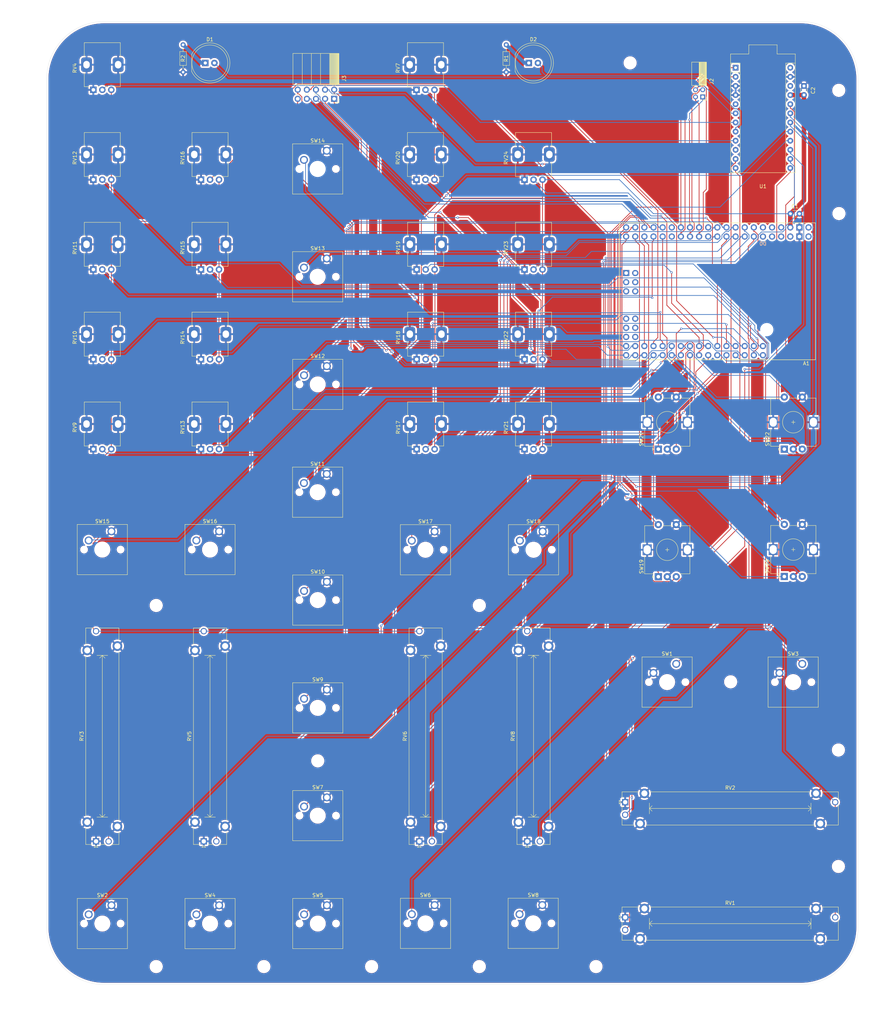
<source format=kicad_pcb>
(kicad_pcb (version 20240108) (generator "pcbnew") (generator_version "8.0")
  (title_block (title "HeartLand") (date "2024-07-05") (rev "2.0") (company "1x telescope"))
  (layers (0 "F.Cu" signal) (31 "B.Cu" signal) (34 "B.Paste" user) (35 "F.Paste" user) (36 "B.SilkS" user "B.Silkscreen") (37 "F.SilkS" user "F.Silkscreen") (38 "B.Mask" user) (39 "F.Mask" user) (44 "Edge.Cuts" user))
  (net 0 "")
  (net 1 "Net-(A1-PadD22)")
  (net 2 "GND")
  (net 3 "Net-(A1-PadA7)")
  (net 4 "Net-(A1-D2_INT0)")
  (net 5 "Net-(A1-PadD26)")
  (net 6 "Net-(A1-PadA1)")
  (net 7 "Net-(A1-PadD10)")
  (net 8 "Net-(A1-PadA9)")
  (net 9 "Net-(A1-PadD34)")
  (net 10 "Net-(A1-PadA4)")
  (net 11 "Net-(A1-PadD31)")
  (net 13 "Net-(A1-PadD32)")
  (net 14 "Net-(A1-PadD6)")
  (net 16 "Net-(A1-D18{slash}TX1)")
  (net 17 "Net-(A1-PadD28)")
  (net 18 "Net-(A1-PadD35)")
  (net 19 "Net-(A1-PadA14)")
  (net 21 "+5V")
  (net 22 "Net-(A1-PadD7)")
  (net 23 "Net-(A1-PadA11)")
  (net 24 "Net-(A1-PadD8)")
  (net 26 "Net-(A1-PadD9)")
  (net 27 "Net-(A1-PadD25)")
  (net 28 "Net-(A1-PadD4)")
  (net 29 "Net-(A1-PadA6)")
  (net 31 "Net-(A1-PadA13)")
  (net 33 "Net-(A1-PadD29)")
  (net 34 "Net-(A1-PadA8)")
  (net 35 "Net-(A1-PadD33)")
  (net 36 "Net-(A1-PadD30)")
  (net 37 "Net-(A1-D3_INT1)")
  (net 38 "Net-(A1-PadD24)")
  (net 39 "Net-(A1-PadD27)")
  (net 41 "Net-(J3-Pin_2)")
  (net 43 "Net-(A1-PadD37)")
  (net 44 "Net-(A1-PadA0)")
  (net 45 "Net-(A1-PadA15)")
  (net 46 "Net-(A1-PadA2)")
  (net 47 "Net-(A1-PadA10)")
  (net 49 "Net-(A1-PadA12)")
  (net 50 "Net-(A1-PadA5)")
  (net 51 "Net-(A1-PadD23)")
  (net 52 "Net-(A1-PadA3)")
  (net 53 "Net-(A1-D19{slash}RX1)")
  (net 55 "Net-(A1-PadD36)")
  (net 56 "Net-(J3-Pin_1)")
  (net 60 "Net-(A1-PadD5)")
  (net 61 "Net-(A1-PadD11)")
  (net 62 "Net-(D1-A)")
  (net 63 "Net-(D1-K)")
  (net 64 "Net-(J3-Pin_4)")
  (net 65 "Net-(J3-Pin_8)")
  (net 66 "Net-(J3-Pin_3)")
  (net 67 "Net-(J3-Pin_6)")
  (net 68 "Net-(J3-Pin_7)")
  (net 69 "Net-(A1-D17{slash}RX2)")
  (net 70 "Net-(J3-Pin_5)")
  (net 71 "Net-(A1-D14{slash}TX3)")
  (net 72 "Net-(J3-Pin_9)")
  (net 73 "Net-(A1-D15{slash}RX3)")
  (net 74 "Net-(J3-Pin_10)")
  (net 75 "Net-(A1-D16{slash}TX2)")
  (net 76 "Net-(U1-D8{slash}A8)")
  (net 77 "Net-(U1-D9{slash}A9)")
  (net 78 "Net-(U1-A0)")
  (net 79 "Net-(U1-A1)")
  (net 80 "Net-(U1-A2)")
  (net 81 "Net-(U1-A3)")
  (net 82 "Net-(U1-D10{slash}A10)")
  (net 83 "Net-(U1-D16)")
  (net 84 "Net-(U1-D14)")
  (net 85 "Net-(U1-D15)")
  (net 90 "Net-(D2-K)")
  (net 91 "Net-(D2-A)")
  (net 92 "Net-(U1-D4{slash}A6)")
  (net 93 "Net-(U1-D6{slash}A7)")
  (footprint "Button_Switch_Keyboard:SW_Cherry_MX_1.00u_PCB" (layer "F.Cu") (at 111.04 372.87)
    (property "Reference" "SW16")
    (property "Value" "02")
  )
  (footprint "Potentiometer_THT:Potentiometer_Alps_RK09K_Single_Vertical" (layer "F.Cu") (at 76 350 90)
    (property "Reference" "RV9")
    (property "Value" "01_01")
  )
  (footprint "Potentiometer_THT:Potentiometer_Bourns_PTA4543_Single_Slide" (layer "F.Cu") (at 166.8 459.15 90)
    (property "Reference" "RV6")
    (property "Value" "Vol_03")
  )
  (footprint "Button_Switch_Keyboard:SW_Cherry_MX_1.00u_PCB" (layer "F.Cu") (at 81.04 372.87)
    (property "Reference" "SW15")
    (property "Value" "01")
  )
  (footprint "Button_Switch_Keyboard:SW_Cherry_MX_1.00u_PCB" (layer "F.Cu") (at 201.14 372.92)
    (property "Reference" "SW18")
    (property "Value" "04")
  )
  (footprint "MountingHole:MountingHole_3.2mm_M3" (layer "F.Cu") (at 283.6164 250.1392)
    (property "Reference" "M3" (hide yes))
    (property "Value" "MountingHole_3.2mm_M3")
  )
  (footprint "Connector_PinSocket_2.54mm:PinSocket_2x05_P2.54mm_Horizontal" (layer "F.Cu") (at 143.08 252.5 -90)
    (property "Reference" "J3")
    (property "Value" "Conn_01x10_Socket")
  )
  (footprint "Potentiometer_THT:Potentiometer_Alps_RK09K_Single_Vertical" (layer "F.Cu") (at 106 350 90)
    (property "Reference" "RV13")
    (property "Value" "02_01")
  )
  (footprint "Button_Switch_Keyboard:SW_Cherry_MX_1.00u_PCB" (layer "F.Cu") (at 141.05 476.95)
    (property "Reference" "SW5")
    (property "Value" "ary01")
  )
  (footprint "Potentiometer_THT:Potentiometer_Alps_RK09K_Single_Vertical" (layer "F.Cu") (at 106 325 90)
    (property "Reference" "RV14")
    (property "Value" "02_02")
  )
  (footprint "Button_Switch_Keyboard:SW_Cherry_MX_1.00u_PCB" (layer "F.Cu") (at 141.01 266.94)
    (property "Reference" "SW14")
    (property "Value" "ary08")
  )
  (footprint "MountingHole:MountingHole_3.2mm_M3" (layer "F.Cu") (at 123.5 494)
    (property "Reference" "M3" (hide yes))
    (property "Value" "MountingHole_3.2mm_M3")
  )
  (footprint "PCM_arduino-library:Clone_Mega2560_Pro_Socket" (layer "F.Cu") (at 277.1 325.12 180)
    (property "Reference" "A1")
    (property "Value" "Mega2560_ProMini")
  )
  (footprint "Potentiometer_THT:Potentiometer_Bourns_PTA4543_Single_Slide" (layer "F.Cu") (at 106.75 459.15 90)
    (property "Reference" "RV5")
    (property "Value" "Vol_02")
  )
  (footprint "Button_Switch_Keyboard:SW_Cherry_MX_1.00u_PCB" (layer "F.Cu") (at 141.04 386.92)
    (property "Reference" "SW10")
    (property "Value" "ary04")
  )
  (footprint "Resistor_THT:R_Axial_DIN0204_L3.6mm_D1.6mm_P7.62mm_Horizontal" (layer "F.Cu") (at 191 237.46 -90)
    (property "Reference" "R1")
    (property "Value" "R")
  )
  (footprint "Button_Switch_Keyboard:SW_Cherry_MX_1.00u_PCB" (layer "F.Cu") (at 141.03 326.9)
    (property "Reference" "SW12")
    (property "Value" "ary06")
  )
  (footprint "Button_Switch_Keyboard:SW_Cherry_MX_1.00u_PCB" (layer "F.Cu") (at 171.05 476.9)
    (property "Reference" "SW6")
    (property "Value" "Solo_03")
  )
  (footprint "Potentiometer_THT:Potentiometer_Bourns_PTA4543_Single_Slide" (layer "F.Cu") (at 76.75 459.15 90)
    (property "Reference" "RV3")
    (property "Value" "Vol_01")
  )
  (footprint "MountingHole:MountingHole_3.2mm_M3" (layer "F.Cu") (at 183.5 393.5)
    (property "Reference" "M3" (hide yes))
    (property "Value" "MountingHole_3.2mm_M3")
  )
  (footprint "MountingHole:MountingHole_3.2mm_M3" (layer "F.Cu") (at 225.5 242.5)
    (property "Reference" "M3" (hide yes))
    (property "Value" "MountingHole_3.2mm_M3")
  )
  (footprint "MountingHole:MountingHole_3.2mm_M3" (layer "F.Cu") (at 93.5 494)
    (property "Reference" "M3" (hide yes))
    (property "Value" "MountingHole_3.2mm_M3")
  )
  (footprint "Button_Switch_Keyboard:SW_Cherry_MX_1.00u_PCB" (layer "F.Cu") (at 171.04 372.92)
    (property "Reference" "SW17")
    (property "Value" "03")
  )
  (footprint "MountingHole:MountingHole_3.2mm_M3" (layer "F.Cu") (at 138.5 436.75)
    (property "Reference" "M3" (hide yes))
    (property "Value" "MountingHole_3.2mm_M3")
  )
  (footprint "Potentiometer_THT:Potentiometer_Alps_RK09K_Single_Vertical" (layer "F.Cu") (at 196.1 350 90)
    (property "Reference" "RV21")
    (property "Value" "04_01")
  )
  (footprint "MountingHole:MountingHole_3.2mm_M3" (layer "F.Cu") (at 183.5 494)
    (property "Reference" "M3" (hide yes))
    (property "Value" "MountingHole_3.2mm_M3")
  )
  (footprint "Potentiometer_THT:Potentiometer_Bourns_PTA4543_Single_Slide" (layer "F.Cu") (at 224.125 448.25)
    (property "Reference" "RV2")
    (property "Value" "Master")
  )
  (footprint "Potentiometer_THT:Potentiometer_Bourns_PTA4543_Single_Slide" (layer "F.Cu") (at 224.125 480.3)
    (property "Reference" "RV1")
    (property "Value" "A x B")
  )
  (footprint "Potentiometer_THT:Potentiometer_Alps_RK09K_Single_Vertical" (layer "F.Cu") (at 166 250 90)
    (property "Reference" "RV7")
    (property "Value" "B")
  )
  (footprint "Potentiometer_THT:Potentiometer_Bourns_PTA4543_Single_Slide" (layer "F.Cu") (at 196.85 459.15 90)
    (property "Reference" "RV8")
    (property "Value" "Vol_04")
  )
  (footprint "Capacitor_THT:C_Disc_D3.0mm_W1.6mm_P2.50mm" (layer "F.Cu") (at 273.925 251.42 90)
    (property "Reference" "C2")
    (property "Value" "104" (hide yes))
  )
  (footprint "MountingHole:MountingHole_3.2mm_M3" (layer "F.Cu") (at 253.5 414.75)
    (property "Reference" "M3" (hide yes))
    (property "Value" "MountingHole_3.2mm_M3")
  )
  (footprint "MountingHole:MountingHole_3.2mm_M3" (layer "F.Cu") (at 283.5148 466.1408)
    (property "Reference" "M3" (hide yes))
    (property "Value" "MountingHole_3.2mm_M3")
  )
  (footprint "MountingHole:MountingHole_3.2mm_M3" (layer "F.Cu") (at 216 494)
    (property "Reference" "M3" (hide yes))
    (property "Value" "MountingHole_3.2mm_M3")
  )
  (footprint "Potentiometer_THT:Potentiometer_Alps_RK09K_Single_Vertical" (layer "F.Cu") (at 106 275 90)
    (property "Reference" "RV16")
    (property "Value" "02_04")
  )
  (footprint "Button_Switch_Keyboard:SW_Cherry_MX_1.00u_PCB" (layer "F.Cu") (at 111.05 476.96)
    (property "Reference" "SW4")
    (property "Value" "Solo_02")
  )
  (footprint "Rotary_Encoder:RotaryEncoder_Alps_EC12E-Switch_Vertical_H20mm" (layer "F.Cu") (at 233.35 385.5 90)
    (property "Reference" "SW19")
    (property "Value" "RotaryEncoder_Switch")
  )
  (footprint "MountingHole:MountingHole_3.2mm_M3" (layer "F.Cu") (at 93.5 393.5)
    (property "Reference" "M3" (hide yes))
    (property "Value" "MountingHole_3.2mm_M3")
  )
  (footprint "Connector_PinSocket_2.00mm:PinSocket_2x02_P2.00mm_Horizontal" (layer "F.Cu") (at 245.715 251.975 -90)
    (property "Reference" "J2")
    (property "Value" "Conn_01x04_Socket")
  )
  (footprint "Potentiometer_THT:Potentiometer_Alps_RK09K_Single_Vertical" (layer "F.Cu") (at 166.05 350 90)
    (property "Reference" "RV17")
    (property "Value" "03_01")
  )
  (footprint "Potentiometer_THT:Potentiometer_Alps_RK09K_Single_Vertical" (layer "F.Cu") (at 196.1 300 90)
    (property "Reference" "RV23")
    (property "Value" "04_03")
  )
  (footprint "Button_Switch_Keyboard:SW_Cherry_MX_1.00u_PCB" (layer "F.Cu") (at 141.04 446.92)
    (property "Reference" "SW7")
    (property "Value" "ary02")
  )
  (footprint "Button_Switch_Keyboard:SW_Cherry_MX_1.00u_PCB" (layer "F.Cu") (at 238.35 409.75)
    (property "Reference" "SW1")
    (property "Value" "Gen01")
  )
  (footprint "Rotary_Encoder:RotaryEncoder_Alps_EC12E-Switch_Vertical_H20mm" (layer "F.Cu") (at 268.45 385.45 90)
    (property "Reference" "SW20")
    (property "Value" "RotaryEncoder_Switch")
  )
  (footprint "Button_Switch_Keyboard:SW_Cherry_MX_1.00u_PCB" (layer "F.Cu") (at 81.05 476.95)
    (property "Reference" "SW2")
    (property "Value" "Solo_01")
  )
  (footprint "LED_THT:LED_D10.0mm" (layer "F.Cu") (at 197.275 242.525)
    (property "Reference" "D2")
    (property "Value" "LED")
  )
  (footprint "Button_Switch_Keyboard:SW_Cherry_MX_1.00u_PCB" (layer "F.Cu") (at 141.01 296.94)
    (property "Reference" "SW13")
    (property "Value" "ary07")
  )
  (footprint "Potentiometer_THT:Potentiometer_Alps_RK09K_Single_Vertical" (layer "F.Cu") (at 106 300 90)
    (property "Reference" "RV15")
    (property "Value" "02_03")
  )
  (footprint "Resistor_THT:R_Axial_DIN0204_L3.6mm_D1.6mm_P7.62mm_Horizontal" (layer "F.Cu") (at 101 237.46 -90)
    (property "Reference" "R2")
    (property "Value" "R")
  )
  (footprint "LED_THT:LED_D10.0mm" (layer "F.Cu") (at 107.175 242.525)
    (property "Reference" "D1")
    (property "Value" "LED")
  )
  (footprint "Rotary_Encoder:RotaryEncoder_Alps_EC12E-Switch_Vertical_H20mm" (layer "F.Cu") (at 233.35 350 90)
    (property "Reference" "SW21")
    (property "Value" "RotaryEncoder_Switch")
  )
  (footprint "MountingHole:MountingHole_3.2mm_M3" (layer "F.Cu") (at 153.5 494)
    (property "Reference" "M3" (hide yes))
    (property "Value" "MountingHole_3.2mm_M3")
  )
  (footprint "Button_Switch_Keyboard:SW_Cherry_MX_1.00u_PCB" (layer "F.Cu") (at 141.04 416.92)
    (property "Reference" "SW9")
    (property "Value" "ary03")
  )
  (footprint "Potentiometer_THT:Potentiometer_Alps_RK09K_Single_Vertical" (layer "F.Cu") (at 166.05 325 90)
    (property "Reference" "RV18")
    (property "Value" "03_02")
  )
  (footprint "Potentiometer_THT:Potentiometer_Alps_RK09K_Single_Vertical" (layer "F.Cu") (at 166 275 90)
    (property "Reference" "RV20")
    (property "Value" "03_04")
  )
  (footprint "Capacitor_THT:C_Disc_D3.0mm_W1.6mm_P2.50mm" (layer "F.Cu") (at 270.155 284.48)
    (property "Reference" "C1")
    (property "Value" "104" (hide yes))
  )
  (footprint "MountingHole:MountingHole_3.2mm_M3" (layer "F.Cu") (at 283.6672 284.4292)
    (property "Reference" "M3" (hide yes))
    (property "Value" "MountingHole_3.2mm_M3")
  )
  (footprint "PCM_Arduino:Sparkfun_Pro_Micro" (layer "F.Cu") (at 270.115 271.78 180)
    (property "Reference" "U1")
    (property "Value" "ProMicro")
  )
  (footprint "MountingHole:MountingHole_3.2mm_M3" (layer "F.Cu") (at 283.5148 433.7304)
    (property "Reference" "M3" (hide yes))
    (property "Value" "MountingHole_3.2mm_M3")
  )
  (footprint "Button_Switch_Keyboard:SW_Cherry_MX_1.00u_PCB" (layer "F.Cu") (at 201.05 476.89)
    (property "Reference" "SW8")
    (property "Value" "Solo_04")
  )
  (footprint "Potentiometer_THT:Potentiometer_Alps_RK09K_Single_Vertical" (layer "F.Cu") (at 76 250 90)
    (property "Reference" "RV4")
    (property "Value" "A")
  )
  (footprint "Button_Switch_Keyboard:SW_Cherry_MX_1.00u_PCB" (layer "F.Cu") (at 141 356.9)
    (property "Reference" "SW11")
    (property "Value" "ary05")
  )
  (footprint "Potentiometer_THT:Potentiometer_Alps_RK09K_Single_Vertical" (layer "F.Cu") (at 166.05 300 90)
    (property "Reference" "RV19")
    (property "Value" "03_03")
  )
  (footprint "Potentiometer_THT:Potentiometer_Alps_RK09K_Single_Vertical" (layer "F.Cu") (at 76 300 90)
    (property "Reference" "RV11")
    (property "Value" "01_03")
  )
  (footprint "Potentiometer_THT:Potentiometer_Alps_RK09K_Single_Vertical" (layer "F.Cu") (at 76 275 90)
    (property "Reference" "RV12")
    (property "Value" "01_04")
  )
  (footprint "Potentiometer_THT:Potentiometer_Alps_RK09K_Single_Vertical" (layer "F.Cu") (at 196.1 275 90)
    (property "Reference" "RV24")
    (property "Value" "04_04")
  )
  (footprint "Button_Switch_Keyboard:SW_Cherry_MX_1.00u_PCB" (layer "F.Cu") (at 273.45 409.76)
    (property "Reference" "SW3")
    (property "Value" "Gen02")
  )
  (footprint "Potentiometer_THT:Potentiometer_Alps_RK09K_Single_Vertical" (layer "F.Cu") (at 76 325 90)
    (property "Reference" "RV10")
    (property "Value" "01_02")
  )
  (footprint "Rotary_Encoder:RotaryEncoder_Alps_EC12E-Switch_Vertical_H20mm" (layer "F.Cu") (at 268.45 350 90)
    (property "Reference" "SW22")
    (property "Value" "RotaryEncoder_Switch")
  )
  (footprint "Potentiometer_THT:Potentiometer_Alps_RK09K_Single_Vertical" (layer "F.Cu") (at 196.1 325 90)
    (property "Reference" "RV22")
    (property "Value" "04_02")
  )
  (gr_line (start 63 247) (end 63 483) (stroke (width 0.05)) (layer "Edge.Cuts"))
  (gr_arc (start 79 499) (mid 67.686292 494.313708) (end 63 483) (stroke (width 0.05)) (layer "Edge.Cuts"))
  (gr_line (start 289 483) (end 289 247) (stroke (width 0.05)) (layer "Edge.Cuts"))
  (gr_arc (start 273 231) (mid 284.313708 235.686292) (end 289 247) (stroke (width 0.05)) (layer "Edge.Cuts"))
  (gr_line (start 79 499) (end 273 499) (stroke (width 0.05)) (layer "Edge.Cuts"))
  (gr_arc (start 289 483) (mid 284.313708 494.313708) (end 273 499) (stroke (width 0.05)) (layer "Edge.Cuts"))
  (gr_arc (start 63 247) (mid 67.686292 235.686292) (end 79 231) (stroke (width 0.05)) (layer "Edge.Cuts"))
  (gr_line (start 79 231) (end 273 231) (stroke (width 0.05)) (layer "Edge.Cuts"))
  (segment (start 234.555 291.9953) (end 234.555 317.8251) (width 0.2) (layer "F.Cu") (net 1))
  (segment (start 234.2048 325.8806) (end 234.0788 325.8806) (width 0.2) (layer "F.Cu") (net 1))
  (segment (start 234.555 290.83) (end 234.555 291.9953) (width 0.2) (layer "F.Cu") (net 1))
  (segment (start 235.7669 319.037) (end 235.7669 324.3185) (width 0.2) (layer "F.Cu") (net 1))
  (segment (start 234.555 317.8251) (end 235.7669 319.037) (width 0.2) (layer "F.Cu") (net 1))
  (segment (start 235.7669 324.3185) (end 234.2048 325.8806) (width 0.2) (layer "F.Cu") (net 1))
  (via (at 234.0788 325.8806) (size 0.6) (drill 0.3) (layers "F.Cu" "B.Cu") (net 1))
  (segment (start 74.8463 375.2537) (end 74.69 375.41) (width 0.2) (layer "B.Cu") (net 1))
  (segment (start 234.0788 325.8806) (end 234.0788 326.1961) (width 0.2) (layer "B.Cu") (net 1))
  (segment (start 99.5316 375.2537) (end 74.8463 375.2537) (width 0.2) (layer "B.Cu") (net 1))
  (segment (start 225.7447 334.5302) (end 140.2551 334.5302) (width 0.2) (layer "B.Cu") (net 1))
  (segment (start 140.2551 334.5302) (end 99.5316 375.2537) (width 0.2) (layer "B.Cu") (net 1))
  (segment (start 234.0788 326.1961) (end 225.7447 334.5302) (width 0.2) (layer "B.Cu") (net 1))
  (segment (start 116.1286 265.1177) (end 116.1286 268.2704) (width 0.2) (layer "F.Cu") (net 3))
  (segment (start 248.6422 318.8737) (end 238.4697 308.7012) (width 0.2) (layer "F.Cu") (net 3))
  (segment (start 238.4697 308.7012) (end 238.4697 287.9905) (width 0.2) (layer "F.Cu") (net 3))
  (segment (start 111.8922 272.5068) (end 110.9932 272.5068) (width 0.2) (layer "F.Cu") (net 3))
  (segment (start 198.8002 248.321) (end 132.9253 248.321) (width 0.2) (layer "F.Cu") (net 3))
  (segment (start 116.1286 268.2704) (end 111.8922 272.5068) (width 0.2) (layer "F.Cu") (net 3))
  (segment (start 110.9932 272.5068) (end 108.5 275) (width 0.2) (layer "F.Cu") (net 3))
  (segment (start 238.4697 287.9905) (end 198.8002 248.321) (width 0.2) (layer "F.Cu") (net 3))
  (segment (start 132.9253 248.321) (end 116.1286 265.1177) (width 0.2) (layer "F.Cu") (net 3))
  (via (at 248.6422 318.8737) (size 0.6) (drill 0.3) (layers "F.Cu" "B.Cu") (net 3))
  (segment (start 253.7097 321.0187) (end 251.5647 318.8737) (width 0.2) (layer "B.Cu") (net 3))
  (segment (start 253.7097 321.31) (end 253.7097 321.0187) (width 0.2) (layer "B.Cu") (net 3))
  (segment (start 251.5647 318.8737) (end 248.6422 318.8737) (width 0.2) (layer "B.Cu") (net 3))
  (segment (start 254.875 321.31) (end 253.7097 321.31) (width 0.2) (layer "B.Cu") (net 3))
  (segment (start 259.955 290.83) (end 259.955 291.9953) (width 0.2) (layer "F.Cu") (net 4))
  (segment (start 258.4034 293.5469) (end 258.4034 319.159) (width 0.2) (layer "F.Cu") (net 4))
  (segment (start 258.5966 319.3522) (end 258.5966 389.5034) (width 0.2) (layer "F.Cu") (net 4))
  (segment (start 259.955 291.9953) (end 258.4034 293.5469) (width 0.2) (layer "F.Cu") (net 4))
  (segment (start 258.5966 389.5034) (end 238.35 409.75) (width 0.2) (layer "F.Cu") (net 4))
  (segment (start 258.4034 319.159) (end 258.5966 319.3522) (width 0.2) (layer "F.Cu") (net 4))
  (segment (start 232.0483 382.8966) (end 232.0483 341.1216) (width 0.2) (layer "F.Cu") (net 5))
  (segment (start 229.475 290.83) (end 229.475 291.9953) (width 0.2) (layer "F.Cu") (net 5))
  (segment (start 233.35 385.5) (end 233.35 384.1983) (width 0.2) (layer "F.Cu") (net 5))
  (segment (start 230.655 339.7283) (end 230.655 293.1753) (width 0.2) (layer "F.Cu") (net 5))
  (segment (start 232.0483 341.1216) (end 230.655 339.7283) (width 0.2) (layer "F.Cu") (net 5))
  (segment (start 233.35 384.1983) (end 232.0483 382.8966) (width 0.2) (layer "F.Cu") (net 5))
  (segment (start 230.655 293.1753) (end 229.475 291.9953) (width 0.2) (layer "F.Cu") (net 5))
  (segment (start 252.8358 312.5247) (end 223.2339 312.5247) (width 0.2) (layer "B.Cu") (net 6))
  (segment (start 261.3297 321.31) (end 261.3297 321.0186) (width 0.2) (layer "B.Cu") (net 6))
  (segment (start 261.3297 321.0186) (end 252.8358 312.5247) (width 0.2) (layer "B.Cu") (net 6))
  (segment (start 221.7247 314.0339) (end 93.7959 314.0339) (width 0.2) (layer "B.Cu") (net 6))
  (segment (start 93.7959 314.0339) (end 84.6239 323.2059) (width 0.2) (layer "B.Cu") (net 6))
  (segment (start 84.6239 323.2059) (end 80.2941 323.2059) (width 0.2) (layer "B.Cu") (net 6))
  (segment (start 262.495 321.31) (end 261.3297 321.31) (width 0.2) (layer "B.Cu") (net 6))
  (segment (start 223.2339 312.5247) (end 221.7247 314.0339) (width 0.2) (layer "B.Cu") (net 6))
  (segment (start 80.2941 323.2059) (end 78.5 325) (width 0.2) (layer "B.Cu") (net 6))
  (segment (start 248.6297 291.1214) (end 247.7558 291.9953) (width 0.2) (layer "B.Cu") (net 7))
  (segment (start 207.9261 295.3171) (end 138.8229 295.3171) (width 0.2) (layer "B.Cu") (net 7))
  (segment (start 249.795 290.83) (end 248.6297 290.83) (width 0.2) (layer "B.Cu") (net 7))
  (segment (start 247.7558 291.9953) (end 211.2479 291.9953) (width 0.2) (layer "B.Cu") (net 7))
  (segment (start 138.8229 295.3171) (end 134.66 299.48) (width 0.2) (layer "B.Cu") (net 7))
  (segment (start 211.2479 291.9953) (end 207.9261 295.3171) (width 0.2) (layer "B.Cu") (net 7))
  (segment (start 248.6297 290.83) (end 248.6297 291.1214) (width 0.2) (layer "B.Cu") (net 7))
  (segment (start 168.55 325) (end 170.5441 323.0059) (width 0.2) (layer "F.Cu") (net 8))
  (segment (start 252.335 320.1447) (end 252.3297 320.1394) (width 0.2) (layer "F.Cu") (net 8))
  (segment (start 170.5441 323.0059) (end 170.5441 315.0066) (width 0.2) (layer "F.Cu") (net 8))
  (segment (start 252.3297 320.1394) (end 252.3297 315.3552) (width 0.2) (layer "F.Cu") (net 8))
  (segment (start 252.335 321.31) (end 252.335 320.1447) (width 0.2) (layer "F.Cu") (net 8))
  (via (at 252.3297 315.3552) (size 0.6) (drill 0.3) (layers "F.Cu" "B.Cu") (net 8))
  (via (at 170.5441 315.0066) (size 0.6) (drill 0.3) (layers "F.Cu" "B.Cu") (net 8))
  (segment (start 252.3297 315.3552) (end 251.9811 315.0066) (width 0.2) (layer "B.Cu") (net 8))
  (segment (start 251.9811 315.0066) (end 170.5441 315.0066) (width 0.2) (layer "B.Cu") (net 8))
  (segment (start 239.635 323.85) (end 239.635 322.6847) (width 0.2) (layer "F.Cu") (net 9))
  (segment (start 240.8003 321.0143) (end 241.7137 320.1009) (width 0.2) (layer "F.Cu") (net 9))
  (segment (start 243.3455 320.7975) (end 243.3455 332.8104) (width 0.2) (layer "F.Cu") (net 9))
  (segment (start 239.9264 322.6847) (end 240.8003 321.8108) (width 0.2) (layer "F.Cu") (net 9))
  (segment (start 241.7137 320.1009) (end 242.6489 320.1009) (width 0.2) (layer "F.Cu") (net 9))
  (segment (start 243.0795 334.1393) (end 238.35 338.8688) (width 0.2) (layer "F.Cu") (net 9))
  (segment (start 243.0795 333.0764) (end 243.0795 334.1393) (width 0.2) (layer "F.Cu") (net 9))
  (segment (start 238.35 338.8688) (end 238.35 350) (width 0.2) (layer "F.Cu") (net 9))
  (segment (start 240.8003 321.8108) (end 240.8003 321.0143) (width 0.2) (layer "F.Cu") (net 9))
  (segment (start 243.3455 332.8104) (end 243.0795 333.0764) (width 0.2) (layer "F.Cu") (net 9))
  (segment (start 239.635 322.6847) (end 239.9264 322.6847) (width 0.2) (layer "F.Cu") (net 9))
  (segment (start 242.6489 320.1009) (end 243.3455 320.7975) (width 0.2) (layer "F.Cu") (net 9))
  (segment (start 140.9595 320.323) (end 112.5505 348.732) (width 0.2) (layer "B.Cu") (net 10))
  (segment (start 215.2273 320.323) (end 140.9595 320.323) (width 0.2) (layer "B.Cu") (net 10))
  (segment (start 248.525 320.9196) (end 247.3015 319.6961) (width 0.2) (layer "B.Cu") (net 10))
  (segment (start 112.5505 348.732) (end 109.768 348.732) (width 0.2) (layer "B.Cu") (net 10))
  (segment (start 255.3758 322.6847) (end 249.513 322.6847) (width 0.2) (layer "B.Cu") (net 10))
  (segment (start 248.525 321.6967) (end 248.525 320.9196) (width 0.2) (layer "B.Cu") (net 10))
  (segment (start 247.3015 319.6961) (end 228.1427 319.6961) (width 0.2) (layer "B.Cu") (net 10))
  (segment (start 228.1427 319.6961) (end 227.7456 320.0932) (width 0.2) (layer "B.Cu") (net 10))
  (segment (start 256.2497 323.5586) (end 255.3758 322.6847) (width 0.2) (layer "B.Cu") (net 10))
  (segment (start 257.415 323.85) (end 256.2497 323.85) (width 0.2) (layer "B.Cu") (net 10))
  (segment (start 227.7456 320.0932) (end 215.4571 320.0932) (width 0.2) (layer "B.Cu") (net 10))
  (segment (start 249.513 322.6847) (end 248.525 321.6967) (width 0.2) (layer "B.Cu") (net 10))
  (segment (start 109.768 348.732) (end 108.5 350) (width 0.2) (layer "B.Cu") (net 10))
  (segment (start 215.4571 320.0932) (end 215.2273 320.323) (width 0.2) (layer "B.Cu") (net 10))
  (segment (start 256.2497 323.85) (end 256.2497 323.5586) (width 0.2) (layer "B.Cu") (net 10))
  (segment (start 222.4205 359.6321) (end 223.0927 360.3043) (width 0.2) (layer "F.Cu") (net 11))
  (segment (start 222.4205 290.2645) (end 222.4205 359.6321) (width 0.2) (layer "F.Cu") (net 11))
  (segment (start 224.395 288.29) (end 222.4205 290.2645) (width 0.2) (layer "F.Cu") (net 11))
  (via (at 223.0927 360.3043) (size 0.6) (drill 0.3) (layers "F.Cu" "B.Cu") (net 11))
  (segment (start 224.4757 361.6873) (end 243.9276 361.6873) (width 0.2) (layer "B.Cu") (net 11))
  (segment (start 223.0927 360.3043) (end 224.4757 361.6873) (width 0.2) (layer "B.Cu") (net 11))
  (segment (start 243.9276 361.6873) (end 265.2721 383.0318) (width 0.2) (layer "B.Cu") (net 11))
  (segment (start 271.0318 383.0318) (end 273.45 385.45) (width 0.2) (layer "B.Cu") (net 11))
  (segment (start 265.2721 383.0318) (end 271.0318 383.0318) (width 0.2) (layer "B.Cu") (net 11))
  (segment (start 242.175 323.85) (end 242.175 333.5683) (width 0.2) (layer "F.Cu") (net 13))
  (segment (start 233.35 342.3933) (end 233.35 350) (width 0.2) (layer "F.Cu") (net 13))
  (segment (start 242.175 333.5683) (end 233.35 342.3933) (width 0.2) (layer "F.Cu") (net 13))
  (segment (start 190.3473 338.8811) (end 146.2713 382.9571) (width 0.2) (layer "F.Cu") (net 14))
  (segment (start 146.2713 407.8787) (end 134.69 419.46) (width 0.2) (layer "F.Cu") (net 14))
  (segment (start 146.2713 382.9571) (end 146.2713 407.8787) (width 0.2) (layer "F.Cu") (net 14))
  (segment (start 190.3473 297.6051) (end 190.3473 338.8811) (width 0.2) (layer "F.Cu") (net 14))
  (via (at 190.3473 297.6051) (size 0.6) (drill 0.3) (layers "F.Cu" "B.Cu") (net 14))
  (segment (start 249.8594 294.9716) (end 214.7128 294.9716) (width 0.2) (layer "B.Cu") (net 14))
  (segment (start 254.875 290.83) (end 253.7097 290.83) (width 0.2) (layer "B.Cu") (net 14))
  (segment (start 191.2936 296.6588) (end 190.3473 297.6051) (width 0.2) (layer "B.Cu") (net 14))
  (segment (start 214.7128 294.9716) (end 213.0256 296.6588) (width 0.2) (layer "B.Cu") (net 14))
  (segment (start 253.7097 290.83) (end 253.7097 291.1213) (width 0.2) (layer "B.Cu") (net 14))
  (segment (start 253.7097 291.1213) (end 249.8594 294.9716) (width 0.2) (layer "B.Cu") (net 14))
  (segment (start 213.0256 296.6588) (end 191.2936 296.6588) (width 0.2) (layer "B.Cu") (net 14))
  (segment (start 240.8003 251.507) (end 245.9273 246.38) (width 0.2) (layer "F.Cu") (net 16))
  (segment (start 245.9273 246.38) (end 254.875 246.38) (width 0.2) (layer "F.Cu") (net 16))
  (segment (start 239.9264 289.6647) (end 240.8003 288.7908) (width 0.2) (layer "F.Cu") (net 16))
  (segment (start 239.635 290.83) (end 239.635 289.6647) (width 0.2) (layer "F.Cu") (net 16))
  (segment (start 239.635 289.6647) (end 239.9264 289.6647) (width 0.2) (layer "F.Cu") (net 16))
  (segment (start 240.8003 288.7908) (end 240.8003 251.507) (width 0.2) (layer "F.Cu") (net 16))
  (segment (start 228.1003 382.6981) (end 228.1003 293.1606) (width 0.2) (layer "F.Cu") (net 17))
  (segment (start 226.935 290.83) (end 226.935 291.9953) (width 0.2) (layer "F.Cu") (net 17))
  (segment (start 232.2532 386.851) (end 228.1003 382.6981) (width 0.2) (layer "F.Cu") (net 17))
  (segment (start 236.999 386.851) (end 232.2532 386.851) (width 0.2) (layer "F.Cu") (net 17))
  (segment (start 238.35 385.5) (end 236.999 386.851) (width 0.2) (layer "F.Cu") (net 17))
  (segment (start 228.1003 293.1606) (end 226.935 291.9953) (width 0.2) (layer "F.Cu") (net 17))
  (segment (start 242.4909 322.4753) (end 241.6742 322.4753) (width 0.2) (layer "B.Cu") (net 18))
  (segment (start 264.2754 329.4688) (end 248.6611 329.4688) (width 0.2) (layer "B.Cu") (net 18))
  (segment (start 248.6611 329.4688) (end 243.445 324.2527) (width 0.2) (layer "B.Cu") (net 18))
  (segment (start 274.759 350.5674) (end 274.759 344.4537) (width 0.2) (layer "B.Cu") (net 18))
  (segment (start 274.5966 344.2913) (end 274.5966 339.79) (width 0.2) (layer "B.Cu") (net 18))
  (segment (start 239.635 321.31) (end 240.8003 321.31) (width 0.2) (layer "B.Cu") (net 18))
  (segment (start 274.5966 339.79) (end 264.2754 329.4688) (width 0.2) (layer "B.Cu") (net 18))
  (segment (start 243.445 323.4294) (end 242.4909 322.4753) (width 0.2) (layer "B.Cu") (net 18))
  (segment (start 269.7725 351.3225) (end 274.0039 351.3225) (width 0.2) (layer "B.Cu") (net 18))
  (segment (start 240.8003 321.6014) (end 240.8003 321.31) (width 0.2) (layer "B.Cu") (net 18))
  (segment (start 268.45 350) (end 269.7725 351.3225) (width 0.2) (layer "B.Cu") (net 18))
  (segment (start 241.6742 322.4753) (end 240.8003 321.6014) (width 0.2) (layer "B.Cu") (net 18))
  (segment (start 243.445 324.2527) (end 243.445 323.4294) (width 0.2) (layer "B.Cu") (net 18))
  (segment (start 274.0039 351.3225) (end 274.759 350.5674) (width 0.2) (layer "B.Cu") (net 18))
  (segment (start 274.759 344.4537) (end 274.5966 344.2913) (width 0.2) (layer "B.Cu") (net 18))
  (segment (start 237.0553 309.3807) (end 237.0553 300.8374) (width 0.2) (layer "F.Cu") (net 19))
  (segment (start 245.887 321.804) (end 245.887 318.2124) (width 0.2) (layer "F.Cu") (net 19))
  (segment (start 244.715 323.85) (end 244.715 322.6847) (width 0.2) (layer "F.Cu") (net 19))
  (segment (start 245.887 318.2124) (end 237.0553 309.3807) (width 0.2) (layer "F.Cu") (net 19))
  (segment (start 245.0063 322.6847) (end 245.887 321.804) (width 0.2) (layer "F.Cu") (net 19))
  (segment (start 244.715 322.6847) (end 245.0063 322.6847) (width 0.2) (layer "F.Cu") (net 19))
  (via (at 237.0553 300.8374) (size 0.6) (drill 0.3) (layers "F.Cu" "B.Cu") (net 19))
  (segment (start 217.577 298.749) (end 217.6677 298.8397) (width 0.2) (layer "B.Cu") (net 19))
  (segment (start 217.6677 298.8397) (end 235.0576 298.8397) (width 0.2) (layer "B.Cu") (net 19))
  (segment (start 235.0576 298.8397) (end 237.0553 300.8374) (width 0.2) (layer "B.Cu") (net 19))
  (segment (start 198.6 300) (end 199.851 298.749) (width 0.2) (layer "B.Cu") (net 19))
  (segment (start 199.851 298.749) (end 217.577 298.749) (width 0.2) (layer "B.Cu") (net 19))
  (segment (start 196.0292 399.8292) (end 167.6208 399.8292) (width 0.2) (layer "F.Cu") (net 21))
  (segment (start 201.1 275) (end 201.1 280.1359) (width 0.2) (layer "F.Cu") (net 21))
  (segment (start 201.1 280.1359) (end 201.1 300) (width 0.2) (layer "F.Cu") (net 21))
  (segment (start 111 286.5857) (end 111 275) (width 0.2) (layer "F.Cu") (net 21))
  (segment (start 171.1448 324.9052) (end 171.1448 315.2568) (width 0.2) (layer "F.Cu") (net 21))
  (segment (start 167.6208 399.8292) (end 166.8 400.65) (width 0.2) (layer "F.Cu") (net 21))
  (segment (start 282.625 473.887) (end 278.2316 469.4936) (width 0.2) (layer "F.Cu") (net 21))
  (segment (start 171.1458 315.2558) (end 171.1458 300.0958) (width 0.2) (layer "F.Cu") (net 21))
  (segment (start 81 286.5857) (end 81 275) (width 0.2) (layer "F.Cu") (net 21))
  (segment (start 201.1 325) (end 201.1 300) (width 0.2) (layer "F.Cu") (net 21))
  (segment (start 175.7149 279.7149) (end 171 275) (width 0.2) (layer "F.Cu") (net 21))
  (segment (start 171.05 325) (end 171.1448 324.9052) (width 0.2) (layer "F.Cu") (net 21))
  (segment (start 81 275) (end 81 250) (width 0.2) (layer "F.Cu") (net 21))
  (segment (start 201.1 350) (end 197.3616 353.7384) (width 0.2) (layer "F.Cu") (net 21))
  (segment (start 270.115 284.52) (end 270.155 284.48) (width 1.27) (layer "F.Cu") (net 21))
  (segment (start 278.2316 460.2988) (end 282.625 455.9054) (width 0.2) (layer "F.Cu") (net 21))
  (segment (start 273.925 280.71) (end 270.155 284.48) (width 1.27) (layer "F.Cu") (net 21))
  (segment (start 171.05 350) (end 171.05 325) (width 0.2) (layer "F.Cu") (net 21))
  (segment (start 282.625 455.9054) (end 282.625 448.25) (width 0.2) (layer "F.Cu") (net 21))
  (segment (start 81 286.5857) (end 111 286.5857) (width 0.2) (layer "F.Cu") (net 21))
  (segment (start 197.3616 353.7384) (end 197.3616 375.313) (width 0.2) (layer "F.Cu") (net 21))
  (segment (start 81 300) (end 81 286.5857) (width 0.2) (layer "F.Cu") (net 21))
  (segment (start 76.75 400.65) (end 75.9026 399.8026) (width 0.2) (layer "F.Cu") (net 21))
  (segment (start 196.0292 376.6454) (end 196.0292 399.8292) (width 0.2) (layer "F.Cu") (net 21))
  (segment (start 270.115 251.46) (end 273.885 251.46) (width 1.27) (layer "F.Cu") (net 21))
  (segment (start 171.05 300) (end 171.05 284.8008) (width 0.2) (layer "F.Cu") (net 21))
  (segment (start 197.3616 375.313) (end 196.0292 376.6454) (width 0.2) (layer "F.Cu") (net 21))
  (segment (start 201.1 325) (end 201.1 350) (width 0.2) (layer "F.Cu") (net 21))
  (segment (start 77.7234 374.3857) (end 77.7234 353.2766) (width 0.2) (layer "F.Cu") (net 21))
  (segment (start 81 350) (end 81 325) (width 0.2) (layer "F.Cu") (net 21))
  (segment (start 270.115 288.29) (end 270.115 284.52) (width 1.27) (layer "F.Cu") (net 21))
  (segment (start 282.625 480.3) (end 282.625 473.887) (width 0.2) (layer "F.Cu") (net 21))
  (segment (start 75.9026 376.2065) (end 77.7234 374.3857) (width 0.2) (layer "F.Cu") (net 21))
  (segment (start 171.05 284.8008) (end 175.7149 280.1359) (width 0.2) (layer "F.Cu") (net 21))
  (segment (start 201.1 280.1359) (end 175.7149 280.1359) (width 0.2) (layer "F.Cu") (net 21))
  (segment (start 278.2316 469.4936) (end 278.2316 460.2988) (width 0.2) (layer "F.Cu") (net 21))
  (segment (start 171.1448 315.2568) (end 171.1458 315.2558) (width 0.2) (layer "F.Cu") (net 21))
  (segment (start 111 300) (end 111 286.5857) (width 0.2) (layer "F.Cu") (net 21))
  (segment (start 273.925 251.42) (end 273.925 280.71) (width 1.27) (layer "F.Cu") (net 21))
  (segment (start 273.885 251.46) (end 273.925 251.42) (width 1.27) (layer "F.Cu") (net 21))
  (segment (start 77.7234 353.2766) (end 81 350) (width 0.2) (layer "F.Cu") (net 21))
  (segment (start 111 325) (end 111 300) (width 0.2) (layer "F.Cu") (net 21))
  (segment (start 171.1458 300.0958) (end 171.05 300) (width 0.2) (layer "F.Cu") (net 21))
  (segment (start 81 325) (end 81 300) (width 0.2) (layer "F.Cu") (net 21))
  (segment (start 75.9026 399.8026) (end 75.9026 376.2065) (width 0.2) (layer "F.Cu") (net 21))
  (segment (start 196.0292 399.8292) (end 196.85 400.65) (width 0.2) (layer "F.Cu") (net 21))
  (segment (start 175.7149 280.1359) (end 175.7149 279.7149) (width 0.2) (layer "F.Cu") (net 21))
  (segment (start 111 350) (end 111 325) (width 0.2) (layer "F.Cu") (net 21))
  (segment (start 171 275) (end 171 250) (width 0.2) (layer "F.Cu") (net 21))
  (segment (start 264.605 399.2046) (end 198.2954 399.2046) (width 0.2) (layer "B.Cu") (net 21))
  (segment (start 198.2954 399.2046) (end 196.85 400.65) (width 0.2) (layer "B.Cu") (net 21))
  (segment (start 270.155 284.48) (end 231.9996 284.48) (width 0.2) (layer "B.Cu") (net 21))
  (segment (start 268.3409 433.9659) (end 268.3409 413.421) (width 0.2) (layer "B.Cu") (net 21))
  (segment (start 222.5196 275) (end 201.1 275) (width 0.2) (layer "B.Cu") (net 21))
  (segment (start 106.75 400.65) (end 76.75 400.65) (width 0.2) (layer "B.Cu") (net 21))
  (segment (start 268.5312 413.2307) (end 268.5312 403.1308) (width 0.2) (layer "B.Cu") (net 21))
  (segment (start 166.8 400.65) (end 106.75 400.65) (width 0.2) (layer "B.Cu") (net 21))
  (segment (start 231.9996 284.48) (end 222.5196 275) (width 0.2) (layer "B.Cu") (net 21))
  (segment (start 268.3409 413.421) (end 268.5312 413.2307) (width 0.2) (layer "B.Cu") (net 21))
  (segment (start 282.625 448.25) (end 268.3409 433.9659) (width 0.2) (layer "B.Cu") (net 21))
  (segment (start 268.5312 403.1308) (end 264.605 399.2046) (width 0.2) (layer "B.Cu") (net 21))
  (segment (start 189.3614 334.7886) (end 134.69 389.46) (width 0.2) (layer "F.Cu") (net 22))
  (segment (start 189.3614 297.4955) (end 189.3614 334.7886) (width 0.2) (layer "F.Cu") (net 22))
  (via (at 189.3614 297.4955) (size 0.6) (drill 0.3) (layers "F.Cu" "B.Cu") (net 22))
  (segment (start 249.8439 292.4866) (end 211.3752 292.4866) (width 0.2) (layer "B.Cu") (net 22))
  (segment (start 253.7097 288.29) (end 253.7097 288.5814) (width 0.2) (layer "B.Cu") (net 22))
  (segment (start 252.8358 289.4553) (end 252.019 289.4553) (width 0.2) (layer "B.Cu") (net 22))
  (segment (start 190.6583 296.1986) (end 189.3614 297.4955) (width 0.2) (layer "B.Cu") (net 22))
  (segment (start 254.875 288.29) (end 253.7097 288.29) (width 0.2) (layer "B.Cu") (net 22))
  (segment (start 211.3752 292.4866) (end 207.6632 296.1986) (width 0.2) (layer "B.Cu") (net 22))
  (segment (start 253.7097 288.5814) (end 252.8358 289.4553) (width 0.2) (layer "B.Cu") (net 22))
  (segment (start 251.065 291.2655) (end 249.8439 292.4866) (width 0.2) (layer "B.Cu") (net 22))
  (segment (start 251.065 290.4093) (end 251.065 291.2655) (width 0.2) (layer "B.Cu") (net 22))
  (segment (start 207.6632 296.1986) (end 190.6583 296.1986) (width 0.2) (layer "B.Cu") (net 22))
  (segment (start 252.019 289.4553) (end 251.065 290.4093) (width 0.2) (layer "B.Cu") (net 22))
  (segment (start 248.4203 302.5186) (end 248.4203 287.3626) (width 0.2) (layer "F.Cu") (net 23))
  (segment (start 249.795 321.31) (end 249.795 303.8933) (width 0.2) (layer "F.Cu") (net 23))
  (segment (start 248.4203 287.3626) (end 246.7086 285.6509) (width 0.2) (layer "F.Cu") (net 23))
  (segment (start 249.795 303.8933) (end 248.4203 302.5186) (width 0.2) (layer "F.Cu") (net 23))
  (via (at 246.7086 285.6509) (size 0.6) (drill 0.3) (layers "F.Cu" "B.Cu") (net 23))
  (segment (start 246.6453 285.7142) (end 246.7086 285.6509) (width 0.2) (layer "B.Cu") (net 23))
  (segment (start 231.1303 285.7142) (end 246.6453 285.7142) (width 0.2) (layer "B.Cu") (net 23))
  (segment (start 225.7444 280.3283) (end 231.1303 285.7142) (width 0.2) (layer "B.Cu") (net 23))
  (segment (start 168.5 275) (end 173.8283 280.3283) (width 0.2) (layer "B.Cu") (net 23))
  (segment (start 173.8283 280.3283) (end 225.7444 280.3283) (width 0.2) (layer "B.Cu") (net 23))
  (segment (start 244.0829 333.4918) (end 250.9623 326.6124) (width 0.2) (layer "F.Cu") (net 24))
  (segment (start 250.9623 293.368) (end 252.335 291.9953) (width 0.2) (layer "F.Cu") (net 24))
  (segment (start 250.9623 326.6124) (end 250.9623 293.368) (width 0.2) (layer "F.Cu") (net 24))
  (segment (start 252.335 290.83) (end 252.335 291.9953) (width 0.2) (layer "F.Cu") (net 24))
  (via (at 244.0829 333.4918) (size 0.6) (drill 0.3) (layers "F.Cu" "B.Cu") (net 24))
  (segment (start 232.2653 333.4918) (end 244.0829 333.4918) (width 0.2) (layer "B.Cu") (net 24))
  (segment (start 229.4531 336.304) (end 232.2653 333.4918) (width 0.2) (layer "B.Cu") (net 24))
  (segment (start 157.786 336.304) (end 229.4531 336.304) (width 0.2) (layer "B.Cu") (net 24))
  (segment (start 134.65 359.44) (end 157.786 336.304) (width 0.2) (layer "B.Cu") (net 24))
  (segment (start 147.2113 288.1321) (end 147.2113 316.9087) (width 0.2) (layer "F.Cu") (net 26))
  (segment (start 147.2113 316.9087) (end 134.68 329.44) (width 0.2) (layer "F.Cu") (net 26))
  (segment (start 147.0983 288.0191) (end 147.2113 288.1321) (width 0.2) (layer "F.Cu") (net 26))
  (via (at 147.0983 288.0191) (size 0.6) (drill 0.3) (layers "F.Cu" "B.Cu") (net 26))
  (segment (start 252.335 288.29) (end 251.1697 288.29) (width 0.2) (layer "B.Cu") (net 26))
  (segment (start 148.3974 286.72) (end 147.0983 288.0191) (width 0.2) (layer "B.Cu") (net 26))
  (segment (start 251.1697 288.29) (end 251.1697 287.9987) (width 0.2) (layer "B.Cu") (net 26))
  (segment (start 249.891 286.72) (end 148.3974 286.72) (width 0.2) (layer "B.Cu") (net 26))
  (segment (start 251.1697 287.9987) (end 249.891 286.72) (width 0.2) (layer "B.Cu") (net 26))
  (segment (start 220.2832 290.1538) (end 225.3933 285.0437) (width 0.2) (layer "F.Cu") (net 27))
  (segment (start 227.9676 285.0437) (end 230.8497 287.9258) (width 0.2) (layer "F.Cu") (net 27))
  (segment (start 232.015 288.29) (end 230.8497 288.29) (width 0.2) (layer "F.Cu") (net 27))
  (segment (start 220.2832 358.21) (end 220.2832 290.1538) (width 0.2) (layer "F.Cu") (net 27))
  (segment (start 225.3933 285.0437) (end 227.9676 285.0437) (width 0.2) (layer "F.Cu") (net 27))
  (segment (start 230.8497 287.9258) (end 230.8497 288.29) (width 0.2) (layer "F.Cu") (net 27))
  (segment (start 220.1523 358.3409) (end 220.2832 358.21) (width 0.2) (layer "F.Cu") (net 27))
  (via (at 220.1523 358.3409) (size 0.6) (drill 0.3) (layers "F.Cu" "B.Cu") (net 27))
  (segment (start 211.9091 358.3409) (end 194.79 375.46) (width 0.2) (layer "B.Cu") (net 27))
  (segment (start 220.1523 358.3409) (end 211.9091 358.3409) (width 0.2) (layer "B.Cu") (net 27))
  (segment (start 218.5643 395.6257) (end 134.7 479.49) (width 0.2) (layer "F.Cu") (net 28))
  (segment (start 218.7657 298.6901) (end 218.5643 298.8915) (width 0.2) (layer "F.Cu") (net 28))
  (segment (start 218.7657 296.7973) (end 218.7657 298.6901) (width 0.2) (layer "F.Cu") (net 28))
  (segment (start 218.5643 298.8915) (end 218.5643 395.6257) (width 0.2) (layer "F.Cu") (net 28))
  (via (at 218.7657 296.7973) (size 0.6) (drill 0.3) (layers "F.Cu" "B.Cu") (net 28))
  (segment (start 257.415 290.83) (end 256.2497 290.83) (width 0.2) (layer "B.Cu") (net 28))
  (segment (start 250.5737 296.7973) (end 218.7657 296.7973) (width 0.2) (layer "B.Cu") (net 28))
  (segment (start 256.2497 291.1213) (end 250.5737 296.7973) (width 0.2) (layer "B.Cu") (net 28))
  (segment (start 256.2497 290.83) (end 256.2497 291.1213) (width 0.2) (layer "B.Cu") (net 28))
  (segment (start 263.6884 320.7947) (end 263.6884 324.3055) (width 0.2) (layer "B.Cu") (net 29))
  (segment (start 263.6884 324.3055) (end 262.9575 325.0364) (width 0.2) (layer "B.Cu") (net 29))
  (segment (start 247.7985 304.9048) (end 263.6884 320.7947) (width 0.2) (layer "B.Cu") (net 29))
  (segment (start 223.8343 304.9827) (end 223.9123 304.9047) (width 0.2) (layer "B.Cu") (net 29))
  (segment (start 223.9123 304.9047) (end 247.7985 304.9047) (width 0.2) (layer "B.Cu") (net 29))
  (segment (start 247.7985 304.9047) (end 247.7985 304.9048) (width 0.2) (layer "B.Cu") (net 29))
  (segment (start 262.9575 325.0364) (end 256.0614 325.0364) (width 0.2) (layer "B.Cu") (net 29))
  (segment (start 256.0614 325.0364) (end 254.875 323.85) (width 0.2) (layer "B.Cu") (net 29))
  (segment (start 108.5 300) (end 113.4827 304.9827) (width 0.2) (layer "B.Cu") (net 29))
  (segment (start 113.4827 304.9827) (end 223.8343 304.9827) (width 0.2) (layer "B.Cu") (net 29))
  (segment (start 235.825 320.9182) (end 235.825 321.696) (width 0.2) (layer "B.Cu") (net 31))
  (segment (start 201.5978 323.7983) (end 199.8017 323.7983) (width 0.2) (layer "B.Cu") (net 31))
  (segment (start 247.255 321.31) (end 246.0897 321.31) (width 0.2) (layer "B.Cu") (net 31))
  (segment (start 230.745 324.2544) (end 229.1514 325.848) (width 0.2) (layer "B.Cu") (net 31))
  (segment (start 246.0897 321.0187) (end 245.193 320.122) (width 0.2) (layer "B.Cu") (net 31))
  (segment (start 235.825 321.696) (end 234.941 322.58) (width 0.2) (layer "B.Cu") (net 31))
  (segment (start 229.1514 325.848) (end 203.6475 325.848) (width 0.2) (layer "B.Cu") (net 31))
  (segment (start 245.193 320.122) (end 236.6212 320.122) (width 0.2) (layer "B.Cu") (net 31))
  (segment (start 199.8017 323.7983) (end 198.6 325) (width 0.2) (layer "B.Cu") (net 31))
  (segment (start 203.6475 325.848) (end 201.5978 323.7983) (width 0.2) (layer "B.Cu") (net 31))
  (segment (start 230.745 323.4293) (end 230.745 324.2544) (width 0.2) (layer "B.Cu") (net 31))
  (segment (start 231.5943 322.58) (end 230.745 323.4293) (width 0.2) (layer "B.Cu") (net 31))
  (segment (start 246.0897 321.31) (end 246.0897 321.0187) (width 0.2) (layer "B.Cu") (net 31))
  (segment (start 236.6212 320.122) (end 235.825 320.9182) (width 0.2) (layer "B.Cu") (net 31))
  (segment (start 234.941 322.58) (end 231.5943 322.58) (width 0.2) (layer "B.Cu") (net 31))
  (segment (start 225.7697 288.6522) (end 224.7572 289.6647) (width 0.2) (layer "F.Cu") (net 33))
  (segment (start 223.8507 289.6647) (end 222.8226 290.6928) (width 0.2) (layer "F.Cu") (net 33))
  (segment (start 224.7572 289.6647) (end 223.8507 289.6647) (width 0.2) (layer "F.Cu") (net 33))
  (segment (start 222.8226 290.6928) (end 222.8226 359.1833) (width 0.2) (layer "F.Cu") (net 33))
  (segment (start 226.935 288.29) (end 225.7697 288.29) (width 0.2) (layer "F.Cu") (net 33))
  (segment (start 222.8226 359.1833) (end 226.0102 362.3709) (width 0.2) (layer "F.Cu") (net 33))
  (segment (start 226.0102 362.3709) (end 226.0102 362.8976) (width 0.2) (layer "F.Cu") (net 33))
  (segment (start 225.7697 288.29) (end 225.7697 288.6522) (width 0.2) (layer "F.Cu") (net 33))
  (via (at 226.0102 362.8976) (size 0.6) (drill 0.3) (layers "F.Cu" "B.Cu") (net 33))
  (segment (start 268.45 385.45) (end 256.5518 385.45) (width 0.2) (layer "B.Cu") (net 33))
  (segment (start 256.5518 385.45) (end 233.9994 362.8976) (width 0.2) (layer "B.Cu") (net 33))
  (segment (start 233.9994 362.8976) (end 226.0102 362.8976) (width 0.2) (layer "B.Cu") (net 33))
  (segment (start 252.335 326.3947) (end 244.3092 334.4205) (width 0.2) (layer "F.Cu") (net 34))
  (segment (start 252.335 323.85) (end 252.335 326.3947) (width 0.2) (layer "F.Cu") (net 34))
  (via (at 244.3092 334.4205) (size 0.6) (drill 0.3) (layers "F.Cu" "B.Cu") (net 34))
  (segment (start 173.0106 345.5394) (end 168.55 350) (width 0.2) (layer "B.Cu") (net 34))
  (segment (start 244.3092 334.4205) (end 233.1903 345.5394) (width 0.2) (layer "B.Cu") (net 34))
  (segment (start 233.1903 345.5394) (end 173.0106 345.5394) (width 0.2) (layer "B.Cu") (net 34))
  (segment (start 241.0097 323.3492) (end 241.8836 322.4753) (width 0.2) (layer "F.Cu") (net 35))
  (segment (start 242.175 321.31) (end 242.175 322.4753) (width 0.2) (layer "F.Cu") (net 35))
  (segment (start 233.35 335.5) (end 241.0097 327.8403) (width 0.2) (layer "F.Cu") (net 35))
  (segment (start 241.8836 322.4753) (end 242.175 322.4753) (width 0.2) (layer "F.Cu") (net 35))
  (segment (start 241.0097 327.8403) (end 241.0097 323.3492) (width 0.2) (layer "F.Cu") (net 35))
  (segment (start 223.2278 293.1625) (end 223.2278 356.3698) (width 0.2) (layer "F.Cu") (net 36))
  (segment (start 224.395 291.9953) (end 223.2278 293.1625) (width 0.2) (layer "F.Cu") (net 36))
  (segment (start 224.395 290.83) (end 224.395 291.9953) (width 0.2) (layer "F.Cu") (net 36))
  (segment (start 223.2278 356.3698) (end 227.3012 360.4432) (width 0.2) (layer "F.Cu") (net 36))
  (via (at 227.3012 360.4432) (size 0.6) (drill 0.3) (layers "F.Cu" "B.Cu") (net 36))
  (segment (start 257.9432 360.4432) (end 268.45 370.95) (width 0.2) (layer "B.Cu") (net 36))
  (segment (start 227.3012 360.4432) (end 257.9432 360.4432) (width 0.2) (layer "B.Cu") (net 36))
  (segment (start 259.955 289.4553) (end 260.2464 289.4553) (width 0.2) (layer "F.Cu") (net 37))
  (segment (start 261.1203 290.3292) (end 261.1203 318.0002) (width 0.2) (layer "F.Cu") (net 37))
  (segment (start 259.955 288.29) (end 259.955 289.4553) (width 0.2) (layer "F.Cu") (net 37))
  (segment (start 263.6683 324.716) (end 263.2401 325.1442) (width 0.2) (layer "F.Cu") (net 37))
  (segment (start 263.2401 325.1442) (end 263.2401 399.6075) (width 0.2) (layer "F.Cu") (net 37))
  (segment (start 263.6683 320.5482) (end 263.6683 324.716) (width 0.2) (layer "F.Cu") (net 37))
  (segment (start 260.2464 289.4553) (end 261.1203 290.3292) (width 0.2) (layer "F.Cu") (net 37))
  (segment (start 263.2401 399.6075) (end 273.3926 409.76) (width 0.2) (layer "F.Cu") (net 37))
  (segment (start 273.3926 409.76) (end 273.45 409.76) (width 0.2) (layer "F.Cu") (net 37))
  (segment (start 261.1203 318.0002) (end 263.6683 320.5482) (width 0.2) (layer "F.Cu") (net 37))
  (segment (start 164.69 367.7316) (end 199.8017 332.6199) (width 0.2) (layer "F.Cu") (net 38))
  (segment (start 232.015 291.9953) (end 231.6549 292.3554) (width 0.2) (layer "F.Cu") (net 38))
  (segment (start 199.8017 311.7829) (end 200.0592 311.5254) (width 0.2) (layer "F.Cu") (net 38))
  (segment (start 231.6549 292.3554) (end 231.6549 307.8778) (width 0.2) (layer "F.Cu") (net 38))
  (segment (start 232.015 290.83) (end 232.015 291.9953) (width 0.2) (layer "F.Cu") (net 38))
  (segment (start 164.69 375.46) (end 164.69 367.7316) (width 0.2) (layer "F.Cu") (net 38))
  (segment (start 199.8017 332.6199) (end 199.8017 311.7829) (width 0.2) (layer "F.Cu") (net 38))
  (via (at 200.0592 311.5254) (size 0.6) (drill 0.3) (layers "F.Cu" "B.Cu") (net 38))
  (via (at 231.6549 307.8778) (size 0.6) (drill 0.3) (layers "F.Cu" "B.Cu") (net 38))
  (segment (start 203.8834 307.7012) (end 231.4783 307.7012) (width 0.2) (layer "B.Cu") (net 38))
  (segment (start 200.0592 311.5254) (end 203.8834 307.7012) (width 0.2) (layer "B.Cu") (net 38))
  (segment (start 231.4783 307.7012) (end 231.6549 307.8778) (width 0.2) (layer "B.Cu") (net 38))
  (segment (start 222.0138 289.0213) (end 225.5593 285.4758) (width 0.2) (layer "F.Cu") (net 39))
  (segment (start 222.0138 360.9897) (end 222.0138 289.0213) (width 0.2) (layer "F.Cu") (net 39))
  (segment (start 224.601 363.5769) (end 222.0138 360.9897) (width 0.2) (layer "F.Cu") (net 39))
  (segment (start 227.8261 285.4758) (end 229.475 287.1247) (width 0.2) (layer "F.Cu") (net 39))
  (segment (start 225.5593 285.4758) (end 227.8261 285.4758) (width 0.2) (layer "F.Cu") (net 39))
  (segment (start 229.475 288.29) (end 229.475 287.1247) (width 0.2) (layer "F.Cu") (net 39))
  (via (at 224.601 363.5769) (size 0.6) (drill 0.3) (layers "F.Cu" "B.Cu") (net 39))
  (segment (start 224.601 363.5769) (end 225.9269 363.5769) (width 0.2) (layer "B.Cu") (net 39))
  (segment (start 225.9269 363.5769) (end 233.35 371) (width 0.2) (layer "B.Cu") (net 39))
  (segment (start 234.555 320.1447) (end 233.8834 319.4731) (width 0.2) (layer "F.Cu") (net 41))
  (segment (start 155.6911 297.9808) (end 155.6911 262.9083) (width 0.2) (layer "F.Cu") (net 41))
  (segment (start 143.8945 251.1117) (end 143.08 251.1117) (width 0.2) (layer "F.Cu") (net 41))
  (segment (start 143.08 249.96) (end 143.08 251.1117) (width 0.2) (layer "F.Cu") (net 41))
  (segment (start 165.5858 307.8755) (end 155.6911 297.9808) (width 0.2) (layer "F.Cu") (net 41))
  (segment (start 234.555 321.31) (end 234.555 320.1447) (width 0.2) (layer "F.Cu") (net 41))
  (segment (start 233.8834 319.4731) (end 233.8834 311.8916) (width 0.2) (layer "F.Cu") (net 41))
  (segment (start 155.6911 262.9083) (end 143.8945 251.1117) (width 0.2) (layer "F.Cu") (net 41))
  (via (at 233.8834 311.8916) (size 0.6) (drill 0.3) (layers "F.Cu" "B.Cu") (net 41))
  (via (at 165.5858 307.8755) (size 0.6) (drill 0.3) (layers "F.Cu" "B.Cu") (net 41))
  (segment (start 233.7426 312.0324) (end 200.6085 312.0324) (width 0.2) (layer "B.Cu") (net 41))
  (segment (start 169.8375 312.1272) (end 165.5858 307.8755) (width 0.2) (layer "B.Cu") (net 41))
  (segment (start 200.5137 312.1272) (end 169.8375 312.1272) (width 0.2) (layer "B.Cu") (net 41))
  (segment (start 233.8834 311.8916) (end 233.7426 312.0324) (width 0.2) (layer "B.Cu") (net 41))
  (segment (start 200.6085 312.0324) (end 200.5137 312.1272) (width 0.2) (layer "B.Cu") (net 41))
  (segment (start 273.45 350) (end 270.8208 347.3708) (width 0.2) (layer "B.Cu") (net 43))
  (segment (start 237.095 321.31) (end 237.095 322.4753) (width 0.2) (layer "B.Cu") (net 43))
  (segment (start 236.8037 322.4753) (end 237.095 322.4753) (width 0.2) (layer "B.Cu") (net 43))
  (segment (start 270.8208 347.3708) (end 258.9151 347.3708) (width 0.2) (layer "B.Cu") (net 43))
  (segment (start 235.9168 324.3725) (end 235.9168 323.3622) (width 0.2) (layer "B.Cu") (net 43))
  (segment (start 235.9168 323.3622) (end 236.8037 322.4753) (width 0.2) (layer "B.Cu") (net 43))
  (segment (start 258.9151 347.3708) (end 235.9168 324.3725) (width 0.2) (layer "B.Cu") (net 43))
  (segment (start 231.4347 327.9893) (end 234.6164 327.9893) (width 0.2) (layer "F.Cu") (net 44))
  (segment (start 238.365 324.2407) (end 238.365 317.8617) (width 0.2) (layer "F.Cu") (net 44))
  (segment (start 234.6164 327.9893) (end 238.365 324.2407) (width 0.2) (layer "F.Cu") (net 44))
  (segment (start 238.365 317.8617) (end 239.7562 316.4705) (width 0.2) (layer "F.Cu") (net 44))
  (via (at 239.7562 316.4705) (size 0.6) (drill 0.3) (layers "F.Cu" "B.Cu") (net 44))
  (via (at 231.4347 327.9893) (size 0.6) (drill 0.3) (layers "F.Cu" "B.Cu") (net 44))
  (segment (start 122.8189 351.2598) (end 79.7598 351.2598) (width 0.2) (layer "B.Cu") (net 44))
  (segment (start 226.0423 333.3817) (end 140.697 333.3817) (width 0.2) (layer "B.Cu") (net 44))
  (segment (start 231.4347 327.9893) (end 226.0423 333.3817) (width 0.2) (layer "B.Cu") (net 44))
  (segment (start 261.3297 323.85) (end 261.3297 323.5586) (width 0.2) (layer "B.Cu") (net 44))
  (segment (start 262.495 323.85) (end 261.3297 323.85) (width 0.2) (layer "B.Cu") (net 44))
  (segment (start 260.4558 322.6847) (end 259.6474 322.6847) (width 0.2) (layer "B.Cu") (net 44))
  (segment (start 140.697 333.3817) (end 122.8189 351.2598) (width 0.2) (layer "B.Cu") (net 44))
  (segment (start 259.6474 322.6847) (end 258.685 321.7223) (width 0.2) (layer "B.Cu") (net 44))
  (segment (start 261.3297 323.5586) (end 260.4558 322.6847) (width 0.2) (layer "B.Cu") (net 44))
  (segment (start 79.7598 351.2598) (end 78.5 350) (width 0.2) (layer "B.Cu") (net 44))
  (segment (start 258.685 320.8693) (end 254.2862 316.4705) (width 0.2) (layer "B.Cu") (net 44))
  (segment (start 254.2862 316.4705) (end 239.7562 316.4705) (width 0.2) (layer "B.Cu") (net 44))
  (segment (start 258.685 321.7223) (end 258.685 320.8693) (width 0.2) (layer "B.Cu") (net 44))
  (segment (start 235.7203 286.7128) (end 234.1062 285.0987) (width 0.2) (layer "F.Cu") (net 45))
  (segment (start 244.715 321.31) (end 244.715 318.9549) (width 0.2) (layer "F.Cu") (net 45))
  (segment (start 244.715 318.9549) (end 235.7203 309.9602) (width 0.2) (layer "F.Cu") (net 45))
  (segment (start 235.7203 309.9602) (end 235.7203 286.7128) (width 0.2) (layer "F.Cu") (net 45))
  (via (at 234.1062 285.0987) (size 0.6) (drill 0.3) (layers "F.Cu" "B.Cu") (net 45))
  (segment (start 231.3517 285.0987) (end 234.1062 285.0987) (width 0.2) (layer "B.Cu") (net 45))
  (segment (start 224.9368 278.6838) (end 231.3517 285.0987) (width 0.2) (layer "B.Cu") (net 45))
  (segment (start 198.6 275) (end 202.2838 278.6838) (width 0.2) (layer "B.Cu") (net 45))
  (segment (start 202.2838 278.6838) (end 224.9368 278.6838) (width 0.2) (layer "B.Cu") (net 45))
  (segment (start 259.955 322.6847) (end 260.2463 322.6847) (width 0.2) (layer "F.Cu") (net 46))
  (segment (start 261.1205 319.504) (end 260.8236 319.2071) (width 0.2) (layer "F.Cu") (net 46))
  (segment (start 261.1205 321.8105) (end 261.1205 319.504) (width 0.2) (layer "F.Cu") (net 46))
  (segment (start 260.2463 322.6847) (end 261.1205 321.8105) (width 0.2) (layer "F.Cu") (net 46))
  (segment (start 259.955 323.85) (end 259.955 322.6847) (width 0.2) (layer "F.Cu") (net 46))
  (via (at 260.8236 319.2071) (size 0.6) (drill 0.3) (layers "F.Cu" "B.Cu") (net 46))
  (segment (start 85.7353 307.2353) (end 78.5 300) (width 0.2) (layer "B.Cu") (net 46))
  (segment (start 248.8518 307.2353) (end 85.7353 307.2353) (width 0.2) (layer "B.Cu") (net 46))
  (segment (start 260.8236 319.2071) (end 248.8518 307.2353) (width 0.2) (layer "B.Cu") (net 46))
  (segment (start 264.1199 324.4451) (end 263.1043 325.4607) (width 0.2) (layer "B.Cu") (net 47))
  (segment (start 263.1043 325.4607) (end 252.2797 325.4607) (width 0.2) (layer "B.Cu") (net 47))
  (segment (start 252.2797 325.4607) (end 250.9603 324.1413) (width 0.2) (layer "B.Cu") (net 47))
  (segment (start 217.6993 298.3033) (end 217.834 298.438) (width 0.2) (layer "B.Cu") (net 47))
  (segment (start 217.834 298.438) (end 243.0723 298.438) (width 0.2) (layer "B.Cu") (net 47))
  (segment (start 249.795 323.85) (end 250.9603 323.85) (width 0.2) (layer "B.Cu") (net 47))
  (segment (start 199.3543 298.5598) (end 199.6108 298.3033) (width 0.2) (layer "B.Cu") (net 47))
  (segment (start 264.1199 320.5942) (end 264.1199 324.4451) (width 0.2) (layer "B.Cu") (net 47))
  (segment (start 169.9902 298.5598) (end 199.3543 298.5598) (width 0.2) (layer "B.Cu") (net 47))
  (segment (start 243.0723 298.438) (end 260.24 315.6057) (width 0.2) (layer "B.Cu") (net 47))
  (segment (start 250.9603 324.1413) (end 250.9603 323.85) (width 0.2) (layer "B.Cu") (net 47))
  (segment (start 260.24 316.7143) (end 264.1199 320.5942) (width 0.2) (layer "B.Cu") (net 47))
  (segment (start 168.55 300) (end 169.9902 298.5598) (width 0.2) (layer "B.Cu") (net 47))
  (segment (start 199.6108 298.3033) (end 217.6993 298.3033) (width 0.2) (layer "B.Cu") (net 47))
  (segment (start 260.24 315.6057) (end 260.24 316.7143) (width 0.2) (layer "B.Cu") (net 47))
  (segment (start 247.255 325.0153) (end 243.7964 328.4739) (width 0.2) (layer "F.Cu") (net 49))
  (segment (start 243.4812 333.2427) (end 243.4812 336.65) (width 0.2) (layer "F.Cu") (net 49))
  (segment (start 247.255 323.85) (end 247.255 325.0153) (width 0.2) (layer "F.Cu") (net 49))
  (segment (start 243.7964 332.9275) (end 243.4812 333.2427) (width 0.2) (layer "F.Cu") (net 49))
  (segment (start 243.4812 336.65) (end 240.2685 339.8627) (width 0.2) (layer "F.Cu") (net 49))
  (segment (start 243.7964 328.4739) (end 243.7964 332.9275) (width 0.2) (layer "F.Cu") (net 49))
  (via (at 240.2685 339.8627) (size 0.6) (drill 0.3) (layers "F.Cu" "B.Cu") (net 49))
  (segment (start 200.8757 347.7243) (end 198.6 350) (width 0.2) (layer "B.Cu") (net 49))
  (segment (start 232.4069 347.7243) (end 200.8757 347.7243) (width 0.2) (layer "B.Cu") (net 49))
  (segment (start 240.2685 339.8627) (end 232.4069 347.7243) (width 0.2) (layer "B.Cu") (net 49))
  (segment (start 206.1527 315.6599) (end 122.1699 315.6599) (width 0.2) (layer "B.Cu") (net 50))
  (segment (start 256.2497 321.31) (end 256.2497 321.0187) (width 0.2) (layer "B.Cu") (net 50))
  (segment (start 110.2941 323.2059) (end 108.5 325) (width 0.2) (layer "B.Cu") (net 50))
  (segment (start 122.1699 315.6599) (end 114.6239 323.2059) (width 0.2) (layer "B.Cu") (net 50))
  (segment (start 252.731 317.5) (end 207.9928 317.5) (width 0.2) (layer "B.Cu") (net 50))
  (segment (start 256.2497 321.0187) (end 252.731 317.5) (width 0.2) (layer "B.Cu") (net 50))
  (segment (start 114.6239 323.2059) (end 110.2941 323.2059) (width 0.2) (layer "B.Cu") (net 50))
  (segment (start 207.9928 317.5) (end 206.1527 315.6599) (width 0.2) (layer "B.Cu") (net 50))
  (segment (start 257.415 321.31) (end 256.2497 321.31) (width 0.2) (layer "B.Cu") (net 50))
  (segment (start 146.6066 288.8393) (end 146.6066 312.7733) (width 0.2) (layer "F.Cu") (net 51))
  (segment (start 119.9595 360.1405) (end 104.69 375.41) (width 0.2) (layer "F.Cu") (net 51))
  (segment (start 119.9595 339.4204) (end 119.9595 360.1405) (width 0.2) (layer "F.Cu") (net 51))
  (segment (start 146.6066 312.7733) (end 119.9595 339.4204) (width 0.2) (layer "F.Cu") (net 51))
  (via (at 146.6066 288.8393) (size 0.6) (drill 0.3) (layers "F.Cu" "B.Cu") (net 51))
  (segment (start 232.5127 287.1217) (end 148.8466 287.1217) (width 0.2) (layer "B.Cu") (net 51))
  (segment (start 147.129 288.8393) (end 146.6066 288.8393) (width 0.2) (layer "B.Cu") (net 51))
  (segment (start 233.3897 287.9987) (end 232.5127 287.1217) (width 0.2) (layer "B.Cu") (net 51))
  (segment (start 234.555 288.29) (end 233.3897 288.29) (width 0.2) (layer "B.Cu") (net 51))
  (segment (start 148.8466 287.1217) (end 147.129 288.8393) (width 0.2) (layer "B.Cu") (net 51))
  (segment (start 233.3897 288.29) (end 233.3897 287.9987) (width 0.2) (layer "B.Cu") (net 51))
  (segment (start 259.0135 319.2032) (end 259.955 320.1447) (width 0.2) (layer "F.Cu") (net 52))
  (segment (start 259.955 321.31) (end 259.955 320.1447) (width 0.2) (layer "F.Cu") (net 52))
  (segment (start 259.0135 315.269) (end 259.0135 319.2032) (width 0.2) (layer "F.Cu") (net 52))
  (via (at 259.0135 315.269) (size 0.6) (drill 0.3) (layers "F.Cu" "B.Cu") (net 52))
  (segment (start 78.5 275) (end 101.8719 298.3719) (width 0.2) (layer "B.Cu") (net 52))
  (segment (start 101.8719 298.3719) (end 127.7596 298.3719) (width 0.2) (layer "B.Cu") (net 52))
  (segment (start 133.9675 304.5798) (end 219.754 304.5798) (width 0.2) (layer "B.Cu") (net 52))
  (segment (start 219.754 304.5798) (end 221.999 302.3348) (width 0.2) (layer "B.Cu") (net 52))
  (segment (start 127.7596 298.3719) (end 133.9675 304.5798) (width 0.2) (layer "B.Cu") (net 52))
  (segment (start 221.999 302.3348) (end 246.0793 302.3348) (width 0.2) (layer "B.Cu") (net 52))
  (segment (start 246.0793 302.3348) (end 259.0135 315.269) (width 0.2) (layer "B.Cu") (net 52))
  (segment (start 239.635 252.0838) (end 247.8788 243.84) (width 0.2) (layer "F.Cu") (net 53))
  (segment (start 247.8788 243.84) (end 254.875 243.84) (width 0.2) (layer "F.Cu") (net 53))
  (segment (start 239.635 288.29) (end 239.635 252.0838) (width 0.2) (layer "F.Cu") (net 53))
  (segment (start 237.095 323.85) (end 238.2603 323.85) (width 0.2) (layer "B.Cu") (net 55))
  (segment (start 249.619 335.5) (end 268.45 335.5) (width 0.2) (layer "B.Cu") (net 55))
  (segment (start 238.2603 324.1413) (end 249.619 335.5) (width 0.2) (layer "B.Cu") (net 55))
  (segment (start 238.2603 323.85) (end 238.2603 324.1413) (width 0.2) (layer "B.Cu") (net 55))
  (segment (start 158.9507 322.9043) (end 152.1984 316.152) (width 0.2) (layer "F.Cu") (net 56))
  (segment (start 152.1984 262.7701) (end 143.08 253.6517) (width 0.2) (layer "F.Cu") (net 56))
  (segment (start 143.08 252.5) (end 143.08 253.6517) (width 0.2) (layer "F.Cu") (net 56))
  (segment (start 152.1984 316.152) (end 152.1984 262.7701) (width 0.2) (layer "F.Cu") (net 56))
  (via (at 158.9507 322.9043) (size 0.6) (drill 0.3) (layers "F.Cu" "B.Cu") (net 56))
  (segment (start 233.3897 323.85) (end 233.3897 324.1413) (width 0.2) (layer "B.Cu") (net 56))
  (segment (start 162.7006 326.6542) (end 158.9507 322.9043) (width 0.2) (layer "B.Cu") (net 56))
  (segment (start 233.3897 324.1413) (end 230.8768 326.6542) (width 0.2) (layer "B.Cu") (net 56))
  (segment (start 234.555 323.85) (end 233.3897 323.85) (width 0.2) (layer "B.Cu") (net 56))
  (segment (start 230.8768 326.6542) (end 162.7006 326.6542) (width 0.2) (layer "B.Cu") (net 56))
  (segment (start 134.69 449.46) (end 159.91 424.24) (width 0.2) (layer "F.Cu") (net 60))
  (segment (start 191.3245 340.1857) (end 191.3245 297.9581) (width 0.2) (layer "F.Cu") (net 60))
  (segment (start 159.91 424.24) (end 159.91 371.6002) (width 0.2) (layer "F.Cu") (net 60))
  (segment (start 159.91 371.6002) (end 191.3245 340.1857) (width 0.2) (layer "F.Cu") (net 60))
  (via (at 191.3245 297.9581) (size 0.6) (drill 0.3) (layers "F.Cu" "B.Cu") (net 60))
  (segment (start 192.048 297.2346) (end 218.3522 297.2346) (width 0.2) (layer "B.Cu") (net 60))
  (segment (start 191.3245 297.9581) (end 192.048 297.2346) (width 0.2) (layer "B.Cu") (net 60))
  (segment (start 252.5305 297.399) (end 258.6056 291.3239) (width 0.2) (layer "B.Cu") (net 60))
  (segment (start 258.6056 291.3239) (end 258.6056 290.3546) (width 0.2) (layer "B.Cu") (net 60))
  (segment (start 218.3522 297.2346) (end 218.5166 297.399) (width 0.2) (layer "B.Cu") (net 60))
  (segment (start 258.6056 290.3546) (end 257.7063 289.4553) (width 0.2) (layer "B.Cu") (net 60))
  (segment (start 257.415 288.29) (end 257.415 289.4553) (width 0.2) (layer "B.Cu") (net 60))
  (segment (start 257.7063 289.4553) (end 257.415 289.4553) (width 0.2) (layer "B.Cu") (net 60))
  (segment (start 218.5166 297.399) (end 252.5305 297.399) (width 0.2) (layer "B.Cu") (net 60))
  (segment (start 135.1169 278.2181) (end 146.3541 289.4553) (width 0.2) (layer "B.Cu") (net 61))
  (segment (start 134.66 269.48) (end 135.1169 269.9369) (width 0.2) (layer "B.Cu") (net 61))
  (segment (start 247.7558 289.4553) (end 248.6297 288.5814) (width 0.2) (layer "B.Cu") (net 61))
  (segment (start 135.1169 269.9369) (end 135.1169 278.2181) (width 0.2) (layer "B.Cu") (net 61))
  (segment (start 249.795 288.29) (end 248.6297 288.29) (width 0.2) (layer "B.Cu") (net 61))
  (segment (start 248.6297 288.5814) (end 248.6297 288.29) (width 0.2) (layer "B.Cu") (net 61))
  (segment (start 146.3541 289.4553) (end 247.7558 289.4553) (width 0.2) (layer "B.Cu") (net 61))
  (segment (start 243.6821 246.4488) (end 113.6388 246.4488) (width 0.2) (layer "B.Cu") (net 62))
  (segment (start 113.6388 246.4488) (end 109.715 242.525) (width 0.2) (layer "B.Cu") (net 62))
  (segment (start 254.875 256.54) (end 253.7733 256.54) (width 0.2) (layer "B.Cu") (net 62))
  (segment (start 253.7733 256.54) (end 243.6821 246.4488) (width 0.2) (layer "B.Cu") (net 62))
  (segment (start 106.065 242.525) (end 101 237.46) (width 1) (layer "B.Cu") (net 63))
  (segment (start 107.175 242.525) (end 106.065 242.525) (width 1) (layer "B.Cu") (net 63))
  (segment (start 220.2244 270.6574) (end 233.2117 283.6447) (width 0.2) (layer "F.Cu") (net 64))
  (segment (start 233.2117 318.948) (end 232.015 320.1447) (width 0.2) (layer "F.Cu") (net 64))
  (segment (start 232.015 321.31) (end 232.015 320.1447) (width 0.2) (layer "F.Cu") (net 64))
  (segment (start 233.2117 283.6447) (end 233.2117 318.948) (width 0.2) (layer "F.Cu") (net 64))
  (segment (start 201.1009 270.6574) (end 220.2244 270.6574) (width 0.2) (layer "F.Cu") (net 64))
  (via (at 201.1009 270.6574) (size 0.6) (drill 0.3) (layers "F.Cu" "B.Cu") (net 64))
  (segment (start 141.6917 250.248) (end 142.5554 251.1117) (width 0.2) (layer "B.Cu") (net 64))
  (segment (start 182.3961 270.6574) (end 201.1009 270.6574) (width 0.2) (layer "B.Cu") (net 64))
  (segment (start 141.6917 249.96) (end 141.6917 250.248) (width 0.2) (layer "B.Cu") (net 64))
  (segment (start 142.5554 251.1117) (end 162.8504 251.1117) (width 0.2) (layer "B.Cu") (net 64))
  (segment (start 140.54 249.96) (end 141.6917 249.96) (width 0.2) (layer "B.Cu") (net 64))
  (segment (start 162.8504 251.1117) (end 182.3961 270.6574) (width 0.2) (layer "B.Cu") (net 64))
  (segment (start 200.4992 270.8122) (end 200.4992 271.0685) (width 0.2) (layer "F.Cu") (net 65))
  (segment (start 219.3674 321.381) (end 219.2482 321.5002) (width 0.2) (layer "F.Cu") (net 65))
  (segment (start 137.5264 248.7768) (end 178.4638 248.7768) (width 0.2) (layer "F.Cu") (net 65))
  (segment (start 219.3674 289.9367) (end 219.3674 321.381) (width 0.2) (layer "F.Cu") (net 65))
  (segment (start 136.6117 249.6915) (end 137.5264 248.7768) (width 0.2) (layer "F.Cu") (net 65))
  (segment (start 200.4992 271.0685) (end 219.3674 289.9367) (width 0.2) (layer "F.Cu") (net 65))
  (segment (start 178.4638 248.7768) (end 200.4992 270.8122) (width 0.2) (layer "F.Cu") (net 65))
  (segment (start 135.46 249.96) (end 136.6117 249.96) (width 0.2) (layer "F.Cu") (net 65))
  (segment (start 136.6117 249.96) (end 136.6117 249.6915) (width 0.2) (layer "F.Cu") (net 65))
  (via (at 219.2482 321.5002) (size 0.6) (drill 0.3) (layers "F.Cu" "B.Cu") (net 65))
  (segment (start 225.7697 321.6013) (end 224.8905 322.4805) (width 0.2) (layer "B.Cu") (net 65))
  (segment (start 226.935 321.31) (end 225.7697 321.31) (width 0.2) (layer "B.Cu") (net 65))
  (segment (start 220.2285 322.4805) (end 219.2482 321.5002) (width 0.2) (layer "B.Cu") (net 65))
  (segment (start 224.8905 322.4805) (end 220.2285 322.4805) (width 0.2) (layer "B.Cu") (net 65))
  (segment (start 225.7697 321.31) (end 225.7697 321.6013) (width 0.2) (layer "B.Cu") (net 65))
  (segment (start 140.54 253.6517) (end 150.6177 263.7294) (width 0.2) (layer "F.Cu") (net 66))
  (segment (start 140.54 252.5) (end 140.54 253.6517) (width 0.2) (layer "F.Cu") (net 66))
  (segment (start 150.6177 315.549) (end 157.5812 322.5125) (width 0.2) (layer "F.Cu") (net 66))
  (segment (start 150.6177 263.7294) (end 150.6177 315.549) (width 0.2) (layer "F.Cu") (net 66))
  (via (at 157.5812 322.5125) (size 0.6) (drill 0.3) (layers "F.Cu" "B.Cu") (net 66))
  (segment (start 232.015 323.85) (end 229.6138 326.2512) (width 0.2) (layer "B.Cu") (net 66))
  (segment (start 159.159 322.2617) (end 157.832 322.2617) (width 0.2) (layer "B.Cu") (net 66))
  (segment (start 157.832 322.2617) (end 157.5812 322.5125) (width 0.2) (layer "B.Cu") (net 66))
  (segment (start 229.6138 326.2512) (end 163.1485 326.2512) (width 0.2) (layer "B.Cu") (net 66))
  (segment (start 163.1485 326.2512) (end 159.159 322.2617) (width 0.2) (layer "B.Cu") (net 66))
  (segment (start 229.475 321.31) (end 229.475 293.4228) (width 0.2) (layer "F.Cu") (net 67))
  (segment (start 229.475 293.4228) (end 228.1003 292.0481) (width 0.2) (layer "F.Cu") (net 67))
  (segment (start 228.1003 286.6652) (end 227.526 286.0909) (width 0.2) (layer "F.Cu") (net 67))
  (segment (start 228.1003 292.0481) (end 228.1003 286.6652) (width 0.2) (layer "F.Cu") (net 67))
  (via (at 227.526 286.0909) (size 0.6) (drill 0.3) (layers "F.Cu" "B.Cu") (net 67))
  (segment (start 227.526 286.0909) (end 223.2184 281.7833) (width 0.2) (layer "B.Cu") (net 67))
  (segment (start 223.2184 281.7833) (end 168.1687 281.7833) (width 0.2) (layer "B.Cu") (net 67))
  (segment (start 168.1687 281.7833) (end 139.1517 252.7663) (width 0.2) (layer "B.Cu") (net 67))
  (segment (start 138 249.96) (end 138 251.1117) (width 0.2) (layer "B.Cu") (net 67))
  (segment (start 139.1517 252.7663) (end 139.1517 251.9754) (width 0.2) (layer "B.Cu") (net 67))
  (segment (start 139.1517 251.9754) (end 138.288 251.1117) (width 0.2) (layer "B.Cu") (net 67))
  (segment (start 138.288 251.1117) (end 138 251.1117) (width 0.2) (layer "B.Cu") (net 67))
  (segment (start 200.6803 308.5837) (end 194.2442 302.1476) (width 0.2) (layer "F.Cu") (net 68))
  (segment (start 194.2442 302.1476) (end 194.2442 299.3687) (width 0.2) (layer "F.Cu") (net 68))
  (segment (start 194.2442 299.3687) (end 180.4547 285.5792) (width 0.2) (layer "F.Cu") (net 68))
  (segment (start 180.4547 285.5792) (end 177.4914 285.5792) (width 0.2) (layer "F.Cu") (net 68))
  (segment (start 200.6803 321.9637) (end 200.6803 308.5837) (width 0.2) (layer "F.Cu") (net 68))
  (segment (start 200.4509 322.1931) (end 200.6803 321.9637) (width 0.2) (layer "F.Cu") (net 68))
  (via (at 200.4509 322.1931) (size 0.6) (drill 0.3) (layers "F.Cu" "B.Cu") (net 68))
  (via (at 177.4914 285.5792) (size 0.6) (drill 0.3) (layers "F.Cu" "B.Cu") (net 68))
  (segment (start 169.4224 285.5792) (end 136.6117 252.7685) (width 0.2) (layer "B.Cu") (net 68))
  (segment (start 225.7697 323.85) (end 225.7697 324.1413) (width 0.2) (layer "B.Cu") (net 68))
  (segment (start 226.935 323.85) (end 225.7697 323.85) (width 0.2) (layer "B.Cu") (net 68))
  (segment (start 210.4842 325.0262) (end 207.6511 322.1931) (width 0.2) (layer "B.Cu") (net 68))
  (segment (start 136.6117 252.7685) (end 136.6117 252.5) (width 0.2) (layer "B.Cu") (net 68))
  (segment (start 135.46 252.5) (end 136.6117 252.5) (width 0.2) (layer "B.Cu") (net 68))
  (segment (start 225.7697 324.1413) (end 224.8848 325.0262) (width 0.2) (layer "B.Cu") (net 68))
  (segment (start 207.6511 322.1931) (end 200.4509 322.1931) (width 0.2) (layer "B.Cu") (net 68))
  (segment (start 177.4914 285.5792) (end 169.4224 285.5792) (width 0.2) (layer "B.Cu") (net 68))
  (segment (start 224.8848 325.0262) (end 210.4842 325.0262) (width 0.2) (layer "B.Cu") (net 68))
  (segment (start 242.0472 286.9969) (end 242.0472 258.35) (width 0.2) (layer "F.Cu") (net 69))
  (segment (start 242.175 287.1247) (end 242.0472 286.9969) (width 0.2) (layer "F.Cu") (net 69))
  (segment (start 242.175 288.29) (end 242.175 287.1247) (width 0.2) (layer "F.Cu") (net 69))
  (via (at 242.0472 258.35) (size 0.6) (drill 0.3) (layers "F.Cu" "B.Cu") (net 69))
  (segment (start 245.715 251.975) (end 245.715 252.9517) (width 0.2) (layer "B.Cu") (net 69))
  (segment (start 242.0472 258.35) (end 242.0472 256.6195) (width 0.2) (layer "B.Cu") (net 69))
  (segment (start 242.0472 256.6195) (end 245.715 252.9517) (width 0.2) (layer "B.Cu") (net 69))
  (segment (start 192.9053 298.6238) (end 192.9053 307.5034) (width 0.2) (layer "F.Cu") (net 70))
  (segment (start 185.8028 291.5213) (end 192.9053 298.6238) (width 0.2) (layer "F.Cu") (net 70))
  (segment (start 192.9053 307.5034) (end 197.8625 312.4606) (width 0.2) (layer "F.Cu") (net 70))
  (segment (start 197.8625 312.4606) (end 197.8625 322.0181) (width 0.2) (layer "F.Cu") (net 70))
  (segment (start 180.0081 291.5213) (end 185.8028 291.5213) (width 0.2) (layer "F.Cu") (net 70))
  (segment (start 172.5942 284.1074) (end 180.0081 291.5213) (width 0.2) (layer "F.Cu") (net 70))
  (via (at 197.8625 322.0181) (size 0.6) (drill 0.3) (layers "F.Cu" "B.Cu") (net 70))
  (via (at 172.5942 284.1074) (size 0.6) (drill 0.3) (layers "F.Cu" "B.Cu") (net 70))
  (segment (start 227.0106 325.4404) (end 228.3097 324.1413) (width 0.2) (layer "B.Cu") (net 70))
  (segment (start 229.475 323.85) (end 228.3097 323.85) (width 0.2) (layer "B.Cu") (net 70))
  (segment (start 197.8625 322.0181) (end 198.8159 322.9715) (width 0.2) (layer "B.Cu") (net 70))
  (segment (start 203.8099 325.4404) (end 227.0106 325.4404) (width 0.2) (layer "B.Cu") (net 70))
  (segment (start 169.6074 284.1074) (end 138 252.5) (width 0.2) (layer "B.Cu") (net 70))
  (segment (start 198.8159 322.9715) (end 201.341 322.9715) (width 0.2) (layer "B.Cu") (net 70))
  (segment (start 228.3097 324.1413) (end 228.3097 323.85) (width 0.2) (layer "B.Cu") (net 70))
  (segment (start 201.341 322.9715) (end 203.8099 325.4404) (width 0.2) (layer "B.Cu") (net 70))
  (segment (start 172.5942 284.1074) (end 169.6074 284.1074) (width 0.2) (layer "B.Cu") (net 70))
  (segment (start 245.0064 289.6647) (end 245.8803 288.7908) (width 0.2) (layer "F.Cu") (net 71))
  (segment (start 245.8803 278.5422) (end 246.725 277.6975) (width 0.2) (layer "F.Cu") (net 71))
  (segment (start 244.7003 248.9897) (end 243.715 249.975) (width 0.2) (layer "F.Cu") (net 71))
  (segment (start 246.725 277.6975) (end 246.725 249.5525) (width 0.2) (layer "F.Cu") (net 71))
  (segment (start 244.715 289.6647) (end 245.0064 289.6647) (width 0.2) (layer "F.Cu") (net 71))
  (segment (start 245.8803 288.7908) (end 245.8803 278.5422) (width 0.2) (layer "F.Cu") (net 71))
  (segment (start 246.725 249.5525) (end 246.1622 248.9897) (width 0.2) (layer "F.Cu") (net 71))
  (segment (start 244.715 290.83) (end 244.715 289.6647) (width 0.2) (layer "F.Cu") (net 71))
  (segment (start 246.1622 248.9897) (end 244.7003 248.9897) (width 0.2) (layer "F.Cu") (net 71))
  (segment (start 131.9883 254.5834) (end 132.92 253.6517) (width 0.2) (layer "F.Cu") (net 72))
  (segment (start 147.2044 287.221) (end 146.6087 287.221) (width 0.2) (layer "F.Cu") (net 72))
  (segment (start 147.7585 321.8204) (end 147.7585 287.7751) (width 0.2) (layer "F.Cu") (net 72))
  (segment (start 146.6087 287.221) (end 131.9883 272.6006) (width 0.2) (layer "F.Cu") (net 72))
  (segment (start 147.7585 287.7751) (end 147.2044 287.221) (width 0.2) (layer "F.Cu") (net 72))
  (segment (start 132.92 252.5) (end 132.92 253.6517) (width 0.2) (layer "F.Cu") (net 72))
  (segment (start 147.6854 321.8935) (end 147.7585 321.8204) (width 0.2) (layer "F.Cu") (net 72))
  (segment (start 131.9883 272.6006) (end 131.9883 254.5834) (width 0.2) (layer "F.Cu") (net 72))
  (via (at 147.6854 321.8935) (size 0.6) (drill 0.3) (layers "F.Cu" "B.Cu") (net 72))
  (segment (start 150.9276 322.5664) (end 148.3583 322.5664) (width 0.2) (layer "B.Cu") (net 72))
  (segment (start 219.1368 323.85) (end 216.7031 321.4163) (width 0.2) (layer "B.Cu") (net 72))
  (segment (start 216.7031 321.4163) (end 152.0777 321.4163) (width 0.2) (layer "B.Cu") (net 72))
  (segment (start 148.3583 322.5664) (end 147.6854 321.8935) (width 0.2) (layer "B.Cu") (net 72))
  (segment (start 224.395 323.85) (end 219.1368 323.85) (width 0.2) (layer "B.Cu") (net 72))
  (segment (start 152.0777 321.4163) (end 150.9276 322.5664) (width 0.2) (layer "B.Cu") (net 72))
  (segment (start 244.715 253.9517) (end 243.715 252.9517) (width 0.2) (layer "F.Cu") (net 73))
  (segment (start 243.715 251.975) (end 243.715 252.9517) (width 0.2) (layer "F.Cu") (net 73))
  (segment (start 244.715 288.29) (end 244.715 253.9517) (width 0.2) (layer "F.Cu") (net 73))
  (segment (start 150.5459 321.9479) (end 148.1602 319.5622) (width 0.2) (layer "F.Cu") (net 74))
  (segment (start 141.6566 271.5145) (end 134.0717 263.9296) (width 0.2) (layer "F.Cu") (net 74))
  (segment (start 134.0717 251.9754) (end 133.208 251.1117) (width 0.2) (layer "F.Cu") (net 74))
  (segment (start 141.6566 280.7289) (end 141.6566 271.5145) (width 0.2) (layer "F.Cu") (net 74))
  (segment (start 134.0717 263.9296) (end 134.0717 251.9754) (width 0.2) (layer "F.Cu") (net 74))
  (segment (start 133.208 251.1117) (end 132.92 251.1117) (width 0.2) (layer "F.Cu") (net 74))
  (segment (start 132.92 249.96) (end 132.92 251.1117) (width 0.2) (layer "F.Cu") (net 74))
  (segment (start 148.1602 287.2325) (end 141.6566 280.7289) (width 0.2) (layer "F.Cu") (net 74))
  (segment (start 148.1602 319.5622) (end 148.1602 287.2325) (width 0.2) (layer "F.Cu") (net 74))
  (via (at 150.5459 321.9479) (size 0.6) (drill 0.3) (layers "F.Cu" "B.Cu") (net 74))
  (segment (start 222.7898 320.8701) (end 151.6237 320.8701) (width 0.2) (layer "B.Cu") (net 74))
  (segment (start 223.2297 321.31) (end 222.7898 320.8701) (width 0.2) (layer "B.Cu") (net 74))
  (segment (start 224.395 321.31) (end 223.2297 321.31) (width 0.2) (layer "B.Cu") (net 74))
  (segment (start 151.6237 320.8701) (end 150.5459 321.9479) (width 0.2) (layer "B.Cu") (net 74))
  (segment (start 244.7383 250.3798) (end 244.1198 250.9983) (width 0.2) (layer "F.Cu") (net 75))
  (segment (start 242.175 290.83) (end 242.175 289.6647) (width 0.2) (layer "F.Cu") (net 75))
  (segment (start 244.7383 249.975) (end 244.7383 250.3798) (width 0.2) (layer "F.Cu") (net 75))
  (segment (start 244.1198 250.9983) (end 243.2795 250.9983) (width 0.2) (layer "F.Cu") (net 75))
  (segment (start 243.3557 288.7753) (end 242.4663 289.6647) (width 0.2) (layer "F.Cu") (net 75))
  (segment (start 245.715 249.975) (end 244.7383 249.975) (width 0.2) (layer "F.Cu") (net 75))
  (segment (start 243.3557 287.0453) (end 243.3557 288.7753) (width 0.2) (layer "F.Cu") (net 75))
  (segment (start 242.4663 289.6647) (end 242.175 289.6647) (width 0.2) (layer "F.Cu") (net 75))
  (segment (start 242.7104 251.5674) (end 242.7104 286.4) (width 0.2) (layer "F.Cu") (net 75))
  (segment (start 242.7104 286.4) (end 243.3557 287.0453) (width 0.2) (layer "F.Cu") (net 75))
  (segment (start 243.2795 250.9983) (end 242.7104 251.5674) (width 0.2) (layer "F.Cu") (net 75))
  (segment (start 254.875 269.24) (end 254.875 270.3417) (width 0.2) (layer "F.Cu") (net 76))
  (segment (start 253.605 372.086) (end 225.2116 400.4794) (width 0.2) (layer "F.Cu") (net 76))
  (segment (start 225.3035 482.6215) (end 224.125 483.8) (width 0.2) (layer "F.Cu") (net 76))
  (segment (start 225.3035 428.0273) (end 225.3035 482.6215) (width 0.2) (layer "F.Cu") (net 76))
  (segment (start 225.2116 400.4794) (end 225.2116 427.9354) (width 0.2) (layer "F.Cu") (net 76))
  (segment (start 225.2116 427.9354) (end 225.3035 428.0273) (width 0.2) (layer "F.Cu") (net 76))
  (segment (start 254.7373 270.3417) (end 253.605 271.474) (width 0.2) (layer "F.Cu") (net 76))
  (segment (start 253.605 271.474) (end 253.605 372.086) (width 0.2) (layer "F.Cu") (net 76))
  (segment (start 254.875 270.3417) (end 254.7373 270.3417) (width 0.2) (layer "F.Cu") (net 76))
  (segment (start 226.0036 408.8371) (end 225.6256 408.4591) (width 0.2) (layer "F.Cu") (net 77))
  (segment (start 225.6256 401.8998) (end 256.0656 371.4598) (width 0.2) (layer "F.Cu") (net 77))
  (segment (start 226.0036 446.95) (end 226.0036 408.8371) (width 0.2) (layer "F.Cu") (net 77))
  (segment (start 256.0656 274.0723) (end 254.875 272.8817) (width 0.2) (layer "F.Cu") (net 77))
  (segment (start 254.875 271.78) (end 254.875 272.8817) (width 0.2) (layer "F.Cu") (net 77))
  (segment (start 225.6256 408.4591) (end 225.6256 401.8998) (width 0.2) (layer "F.Cu") (net 77))
  (segment (start 256.0656 371.4598) (end 256.0656 274.0723) (width 0.2) (layer "F.Cu") (net 77))
  (via (at 226.0036 446.95) (size 0.6) (drill 0.3) (layers "F.Cu" "B.Cu") (net 77))
  (segment (start 224.125 451.75) (end 226.0036 449.8714) (width 0.2) (layer "B.Cu") (net 77))
  (segment (start 226.0036 449.8714) (end 226.0036 446.95) (width 0.2) (layer "B.Cu") (net 77))
  (segment (start 167.3483 318.3745) (end 137.9861 347.7367) (width 0.2) (layer "F.Cu") (net 78))
  (segment (start 167.3483 286.3433) (end 167.3483 318.3745) (width 0.2) (layer "F.Cu") (net 78))
  (segment (start 137.9861 358.5285) (end 135.1069 361.4077) (width 0.2) (layer "F.Cu") (net 78))
  (segment (start 174.2625 279.4291) (end 167.3483 286.3433) (width 0.2) (layer "F.Cu") (net 78))
  (segment (start 135.1069 377.8472) (end 80.25 432.7041) (width 0.2) (layer "F.Cu") (net 78))
  (segment (start 80.25 432.7041) (end 80.25 459.15) (width 0.2) (layer "F.Cu") (net 78))
  (segment (start 135.1069 361.4077) (end 135.1069 377.8472) (width 0.2) (layer "F.Cu") (net 78))
  (segment (start 137.9861 347.7367) (end 137.9861 358.5285) (width 0.2) (layer "F.Cu") (net 78))
  (via (at 174.2625 279.4291) (size 0.6) (drill 0.3) (layers "F.Cu" "B.Cu") (net 78))
  (segment (start 270.115 261.62) (end 269.0133 261.62) (width 0.2) (layer "B.Cu") (net 78))
  (segment (start 179.8933 273.7983) (end 174.2625 279.4291) (width 0.2) (layer "B.Cu") (net 78))
  (segment (start 269.0133 261.62) (end 256.835 273.7983) (width 0.2) (layer "B.Cu") (net 78))
  (segment (start 256.835 273.7983) (end 179.8933 273.7983) (width 0.2) (layer "B.Cu") (net 78))
  (segment (start 156.156 399.165) (end 156.156 404.344) (width 0.2) (layer "F.Cu") (net 79))
  (segment (start 156.156 404.344) (end 141.0517 419.4483) (width 0.2) (layer "F.Cu") (net 79))
  (segment (start 110.25 453.8666) (end 110.25 459.15) (width 0.2) (layer "F.Cu") (net 79))
  (segment (start 141.0517 423.0649) (end 110.25 453.8666) (width 0.2) (layer "F.Cu") (net 79))
  (segment (start 141.0517 419.4483) (end 141.0517 423.0649) (width 0.2) (layer "F.Cu") (net 79))
  (via (at 156.156 399.165) (size 0.6) (drill 0.3) (layers "F.Cu" "B.Cu") (net 79))
  (segment (start 276.3781 339.4952) (end 274.9983 340.875) (width 0.2) (layer "B.Cu") (net 79))
  (segment (start 275.1922 350.7083) (end 267.9249 357.9756) (width 0.2) (layer "B.Cu") (net 79))
  (segment (start 263.5536 358.0147) (end 220.677 358.0147) (width 0.2) (layer "B.Cu") (net 79))
  (segment (start 270.115 260.1817) (end 270.2527 260.1817) (width 0.2) (layer "B.Cu") (net 79))
  (segment (start 270.115 259.08) (end 270.115 260.1817) (width 0.2) (layer "B.Cu") (net 79))
  (segment (start 220.677 358.0147) (end 220.4015 357.7392) (width 0.2) (layer "B.Cu") (net 79))
  (segment (start 274.9983 344.125) (end 275.1922 344.3189) (width 0.2) (layer "B.Cu") (net 79))
  (segment (start 220.4015 357.7392) (end 197.5818 357.7392) (width 0.2) (layer "B.Cu") (net 79))
  (segment (start 267.9249 357.9756) (end 263.5927 357.9756) (width 0.2) (layer "B.Cu") (net 79))
  (segment (start 270.2527 260.1817) (end 276.3781 266.3071) (width 0.2) (layer "B.Cu") (net 79))
  (segment (start 275.1922 344.3189) (end 275.1922 350.7083) (width 0.2) (layer "B.Cu") (net 79))
  (segment (start 274.9983 340.875) (end 274.9983 344.125) (width 0.2) (layer "B.Cu") (net 79))
  (segment (start 263.5927 357.9756) (end 263.5536 358.0147) (width 0.2) (layer "B.Cu") (net 79))
  (segment (start 197.5818 357.7392) (end 156.156 399.165) (width 0.2) (layer "B.Cu") (net 79))
  (segment (start 276.3781 266.3071) (end 276.3781 339.4952) (width 0.2) (layer "B.Cu") (net 79))
  (segment (start 270.115 256.54) (end 270.115 257.6417) (width 0.2) (layer "B.Cu") (net 80))
  (segment (start 170.3 423.5171) (end 170.3 459.15) (width 0.2) (layer "B.Cu") (net 80))
  (segment (start 270.2527 257.6417) (end 278.1017 265.4907) (width 0.2) (layer "B.Cu") (net 80))
  (segment (start 223.3239 359.1992) (end 208.9797 373.5434) (width 0.2) (layer "B.Cu") (net 80))
  (segment (start 208.9797 384.8374) (end 170.3 423.5171) (width 0.2) (layer "B.Cu") (net 80))
  (segment (start 270.115 257.6417) (end 270.2527 257.6417) (width 0.2) (layer "B.Cu") (net 80))
  (segment (start 278.1017 265.4907) (end 278.1017 348.4442) (width 0.2) (layer "B.Cu") (net 80))
  (segment (start 208.9797 373.5434) (end 208.9797 384.8374) (width 0.2) (layer "B.Cu") (net 80))
  (segment (start 278.1017 348.4442) (end 267.3467 359.1992) (width 0.2) (layer "B.Cu") (net 80))
  (segment (start 267.3467 359.1992) (end 223.3239 359.1992) (width 0.2) (layer "B.Cu") (net 80))
  (segment (start 266.9017 397.2814) (end 264.3337 399.8494) (width 0.2) (layer "F.Cu") (net 81))
  (segment (start 268.845 282.0702) (end 268.845 323.4103) (width 0.2) (layer "F.Cu") (net 81))
  (segment (start 270.2527 255.1017) (end 271.2405 256.0895) (width 0.2) (layer "F.Cu") (net 81))
  (segment (start 268.845 323.4103) (end 266.9017 325.3536) (width 0.2) (layer "F.Cu") (net 81))
  (segment (start 271.2405 279.6747) (end 268.845 282.0702) (width 0.2) (layer "F.Cu") (net 81))
  (segment (start 270.115 255.1017) (end 270.2527 255.1017) (width 0.2) (layer "F.Cu") (net 81))
  (segment (start 271.2405 256.0895) (end 271.2405 279.6747) (width 0.2) (layer "F.Cu") (net 81))
  (segment (start 270.115 254) (end 270.115 255.1017) (width 0.2) (layer "F.Cu") (net 81))
  (segment (start 266.9017 325.3536) (end 266.9017 397.2814) (width 0.2) (layer "F.Cu") (net 81))
  (via (at 264.3337 399.8494) (size 0.6) (drill 0.3) (layers "F.Cu" "B.Cu") (net 81))
  (segment (start 234.5 419.5) (end 200.35 453.65) (width 0.2) (layer "B.Cu") (net 81))
  (segment (start 200.35 453.65) (end 200.35 459.15) (width 0.2) (layer "B.Cu") (net 81))
  (segment (start 238.5 419.5) (end 234.5 419.5) (width 0.2) (layer "B.Cu") (net 81))
  (segment (start 264.3337 399.8494) (end 258.1506 399.8494) (width 0.2) (layer "B.Cu") (net 81))
  (segment (start 258.1506 399.8494) (end 238.5 419.5) (width 0.2) (layer "B.Cu") (net 81))
  (segment (start 266.341 336.6337) (end 263.7983 339.1764) (width 0.2) (layer "F.Cu") (net 82))
  (segment (start 270.115 272.8817) (end 266.341 276.6557) (width 0.2) (layer "F.Cu") (net 82))
  (segment (start 263.7983 358.5338) (end 263.8418 358.5773) (width 0.2) (layer "F.Cu") (net 82))
  (segment (start 270.115 271.78) (end 270.115 272.8817) (width 0.2) (layer "F.Cu") (net 82))
  (segment (start 263.7983 339.1764) (end 263.7983 358.5338) (width 0.2) (layer "F.Cu") (net 82))
  (segment (start 266.341 276.6557) (end 266.341 336.6337) (width 0.2) (layer "F.Cu") (net 82))
  (via (at 263.8418 358.5773) (size 0.6) (drill 0.3) (layers "F.Cu" "B.Cu") (net 82))
  (segment (start 124.29 429.9) (end 74.7 479.49) (width 0.2) (layer "B.Cu") (net 82))
  (segment (start 153.6 429.9) (end 124.29 429.9) (width 0.2) (layer "B.Cu") (net 82))
  (segment (start 221.063 358.5773) (end 201.5734 378.0669) (width 0.2) (layer "B.Cu") (net 82))
  (segment (start 201.5734 381.9266) (end 153.6 429.9) (width 0.2) (layer "B.Cu") (net 82))
  (segment (start 263.8418 358.5773) (end 221.063 358.5773) (width 0.2) (layer "B.Cu") (net 82))
  (segment (start 201.5734 378.0669) (end 201.5734 381.9266) (width 0.2) (layer "B.Cu") (net 82))
  (segment (start 139.5402 458.0668) (end 126.1332 458.0668) (width 0.2) (layer "F.Cu") (net 83))
  (segment (start 218.0831 381.1447) (end 196.7841 402.4437) (width 0.2) (layer "F.Cu") (net 83))
  (segment (start 195.1633 402.4437) (end 139.5402 458.0668) (width 0.2) (layer "F.Cu") (net 83))
  (segment (start 126.1332 458.0668) (end 104.7 479.5) (width 0.2) (layer "F.Cu") (net 83))
  (segment (start 218.0831 297.8363) (end 218.0831 381.1447) (width 0.2) (layer "F.Cu") (net 83))
  (segment (start 196.7841 402.4437) (end 195.1633 402.4437) (width 0.2) (layer "F.Cu") (net 83))
  (via (at 218.0831 297.8363) (size 0.6) (drill 0.3) (layers "F.Cu" "B.Cu") (net 83))
  (segment (start 261.225 291.263) (end 254.6517 297.8363) (width 0.2) (layer "B.Cu") (net 83))
  (segment (start 270.115 270.3417) (end 270.2527 270.3417) (width 0.2) (layer "B.Cu") (net 83))
  (segment (start 271.2579 285.4991) (end 268.845 287.912) (width 0.2) (layer "B.Cu") (net 83))
  (segment (start 262.0743 289.56) (end 261.225 290.4093) (width 0.2) (layer "B.Cu") (net 83))
  (segment (start 270.2527 270.3417) (end 271.2579 271.3469) (width 0.2) (layer "B.Cu") (net 83))
  (segment (start 268.845 287.912) (end 268.845 288.6829) (width 0.2) (layer "B.Cu") (net 83))
  (segment (start 254.6517 297.8363) (end 218.0831 297.8363) (width 0.2) (layer "B.Cu") (net 83))
  (segment (start 268.845 288.6829) (end 267.9679 289.56) (width 0.2) (layer "B.Cu") (net 83))
  (segment (start 261.225 290.4093) (end 261.225 291.263) (width 0.2) (layer "B.Cu") (net 83))
  (segment (start 267.9679 289.56) (end 262.0743 289.56) (width 0.2) (layer "B.Cu") (net 83))
  (segment (start 271.2579 271.3469) (end 271.2579 285.4991) (width 0.2) (layer "B.Cu") (net 83))
  (segment (start 270.115 269.24) (end 270.115 270.3417) (width 0.2) (layer "B.Cu") (net 83))
  (segment (start 257.4313 377.0076) (end 226.2289 408.21) (width 0.2) (layer "F.Cu") (net 84))
  (segment (start 257.4313 327.75) (end 257.4313 377.0076) (width 0.2) (layer "F.Cu") (net 84))
  (via (at 257.4313 327.75) (size 0.6) (drill 0.3) (layers "F.Cu" "B.Cu") (net 84))
  (via (at 226.2289 408.21) (size 0.6) (drill 0.3) (layers "F.Cu" "B.Cu") (net 84))
  (segment (start 270.3433 267.8017) (end 270.115 267.8017) (width 0.2) (layer "B.Cu") (net 84))
  (segment (start 164.7 479.44) (end 164.7 469.7389) (width 0.2) (layer "B.Cu") (net 84))
  (segment (start 261.4426 327.75) (end 273.8635 315.3291) (width 0.2) (layer "B.Cu") (net 84))
  (segment (start 273.8635 271.3219) (end 270.3433 267.8017) (width 0.2) (layer "B.Cu") (net 84))
  (segment (start 270.115 266.7) (end 270.115 267.8017) (width 0.2) (layer "B.Cu") (net 84))
  (segment (start 273.8635 315.3291) (end 273.8635 271.3219) (width 0.2) (layer "B.Cu") (net 84))
  (segment (start 257.4313 327.75) (end 261.4426 327.75) (width 0.2) (layer "B.Cu") (net 84))
  (segment (start 164.7 469.7389) (end 226.2289 408.21) (width 0.2) (layer "B.Cu") (net 84))
  (segment (start 219.8658 289.8835) (end 227.0871 282.6622) (width 0.2) (layer "F.Cu") (net 85))
  (segment (start 219.8658 331.291) (end 219.8658 289.8835) (width 0.2) (layer "F.Cu") (net 85))
  (segment (start 218.966 332.1908) (end 219.8658 331.291) (width 0.2) (layer "F.Cu") (net 85))
  (segment (start 194.7 479.43) (end 218.966 455.164) (width 0.2) (layer "F.Cu") (net 85))
  (segment (start 227.0871 282.6622) (end 231.3744 282.6622) (width 0.2) (layer "F.Cu") (net 85))
  (segment (start 218.966 455.164) (end 218.966 332.1908) (width 0.2) (layer "F.Cu") (net 85))
  (via (at 231.3744 282.6622) (size 0.6) (drill 0.3) (layers "F.Cu" "B.Cu") (net 85))
  (segment (start 270.115 264.16) (end 269.0133 264.16) (width 0.2) (layer "B.Cu") (net 85))
  (segment (start 231.3744 282.6622) (end 250.5111 282.6622) (width 0.2) (layer "B.Cu") (net 85))
  (segment (start 250.5111 282.6622) (end 269.0133 264.16) (width 0.2) (layer "B.Cu") (net 85))
  (segment (start 196.065 242.525) (end 191 237.46) (width 1) (layer "B.Cu") (net 90))
  (segment (start 191 237.46) (end 191.0083 237.46) (width 0.2) (layer "B.Cu") (net 90))
  (segment (start 197.275 242.525) (end 196.065 242.525) (width 1) (layer "B.Cu") (net 90))
  (segment (start 201 243.71) (end 199.815 242.525) (width 0.2) (layer "B.Cu") (net 91))
  (segment (start 255.0127 260.5183) (end 256.0084 259.5226) (width 0.2) (layer "B.Cu") (net 91))
  (segment (start 254.589365 255.27) (end 245.319365 246) (width 0.2) (layer "B.Cu") (net 91))
  (segment (start 201 245) (end 201 243.71) (width 0.2) (layer "B.Cu") (net 91))
  (segment (start 202 246) (end 201 245) (width 0.2) (layer "B.Cu") (net 91))
  (segment (start 255.2061 255.27) (end 254.5801 255.27) (width 0.2) (layer "B.Cu") (net 91))
  (segment (start 256.0084 259.5226) (end 256.0084 256.0723) (width 0.2) (layer "B.Cu") (net 91))
  (segment (start 245.319365 246) (end 202 246) (width 0.2) (layer "B.Cu") (net 91))
  (segment (start 254.5801 255.27) (end 254.589365 255.27) (width 0.2) (layer "B.Cu") (net 91))
  (segment (start 254.875 261.62) (end 254.875 260.5183) (width 0.2) (layer "B.Cu") (net 91))
  (segment (start 254.875 260.5183) (end 255.0127 260.5183) (width 0.2) (layer "B.Cu") (net 91))
  (segment (start 256.0084 256.0723) (end 255.2061 255.27) (width 0.2) (layer "B.Cu") (net 91))
  (segment (start 79.7254 248.7746) (end 78.5 250) (width 0.2) (layer "B.Cu") (net 92))
  (segment (start 254.875 259.08) (end 253.7733 259.08) (width 0.2) (layer "B.Cu") (net 92))
  (segment (start 183.7942 259.08) (end 173.4888 248.7746) (width 0.2) (layer "B.Cu") (net 92))
  (segment (start 173.4888 248.7746) (end 79.7254 248.7746) (width 0.2) (layer "B.Cu") (net 92))
  (segment (start 253.7733 259.08) (end 183.7942 259.08) (width 0.2) (layer "B.Cu") (net 92))
  (segment (start 182.66 264.16) (end 168.5 250) (width 0.2) (layer "B.Cu") (net 93))
  (segment (start 253.7733 264.16) (end 182.66 264.16) (width 0.2) (layer "B.Cu") (net 93))
  (segment (start 254.875 264.16) (end 253.7733 264.16) (width 0.2) (layer "B.Cu") (net 93))
  (zone (net 2) (net_name "GND") (layers "F&B.Cu") (connect_pads (clearance 0.5)) (min_thickness 0.25) (fill yes (thermal_gap 0.5) (thermal_bridge_width 0.5) (smoothing chamfer))
    (polygon (pts (xy 50 510) (xy 50 225) (xy 299 225) (xy 299 510)))
  )
)
</source>
